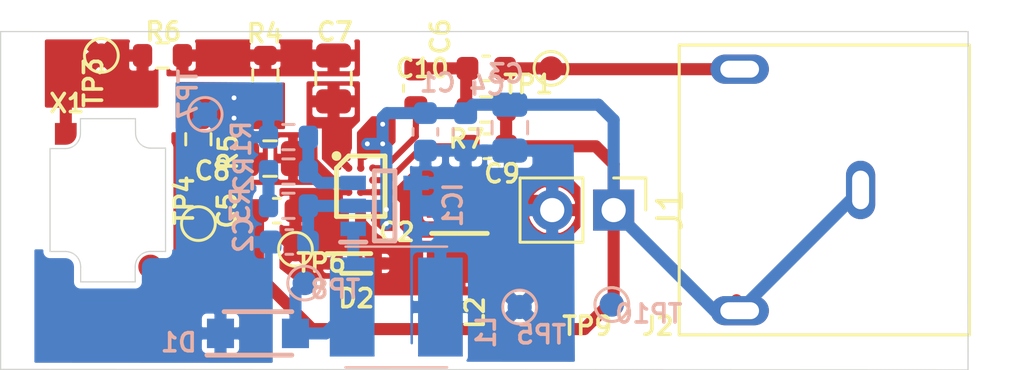
<source format=kicad_pcb>
(kicad_pcb (version 20171130) (host pcbnew "(5.1.10)-1")

  (general
    (thickness 1.6)
    (drawings 30)
    (tracks 109)
    (zones 0)
    (modules 35)
    (nets 18)
  )

  (page A4)
  (layers
    (0 F.Cu signal)
    (31 B.Cu signal hide)
    (32 B.Adhes user hide)
    (33 F.Adhes user hide)
    (34 B.Paste user hide)
    (35 F.Paste user hide)
    (36 B.SilkS user hide)
    (37 F.SilkS user hide)
    (38 B.Mask user hide)
    (39 F.Mask user hide)
    (40 Dwgs.User user hide)
    (41 Cmts.User user hide)
    (42 Eco1.User user hide)
    (43 Eco2.User user hide)
    (44 Edge.Cuts user)
    (45 Margin user hide)
    (46 B.CrtYd user hide)
    (47 F.CrtYd user)
    (48 B.Fab user hide)
    (49 F.Fab user hide)
  )

  (setup
    (last_trace_width 0.5)
    (user_trace_width 0.15)
    (user_trace_width 0.2)
    (user_trace_width 0.4)
    (user_trace_width 0.5)
    (trace_clearance 0.2)
    (zone_clearance 0.3)
    (zone_45_only no)
    (trace_min 0.1)
    (via_size 0.8)
    (via_drill 0.4)
    (via_min_size 0.3)
    (via_min_drill 0.1)
    (user_via 0.3 0.1)
    (user_via 0.5 0.2)
    (uvia_size 0.3)
    (uvia_drill 0.1)
    (uvias_allowed no)
    (uvia_min_size 0.1)
    (uvia_min_drill 0.1)
    (edge_width 0.05)
    (segment_width 0.2)
    (pcb_text_width 0.3)
    (pcb_text_size 1.5 1.5)
    (mod_edge_width 0.12)
    (mod_text_size 1 1)
    (mod_text_width 0.15)
    (pad_size 0.9 0.9)
    (pad_drill 0)
    (pad_to_mask_clearance 0.051)
    (solder_mask_min_width 0.25)
    (pad_to_paste_clearance_ratio -0.1)
    (aux_axis_origin 0 0)
    (visible_elements 7FFFFFFF)
    (pcbplotparams
      (layerselection 0x011fc_ffffffff)
      (usegerberextensions false)
      (usegerberattributes true)
      (usegerberadvancedattributes true)
      (creategerberjobfile true)
      (excludeedgelayer true)
      (linewidth 0.100000)
      (plotframeref false)
      (viasonmask false)
      (mode 1)
      (useauxorigin false)
      (hpglpennumber 1)
      (hpglpenspeed 20)
      (hpglpendiameter 15.000000)
      (psnegative false)
      (psa4output false)
      (plotreference true)
      (plotvalue true)
      (plotinvisibletext false)
      (padsonsilk false)
      (subtractmaskfromsilk false)
      (outputformat 1)
      (mirror false)
      (drillshape 0)
      (scaleselection 1)
      (outputdirectory "Production data/"))
  )

  (net 0 "")
  (net 1 GND)
  (net 2 +3V3)
  (net 3 +15V)
  (net 4 "Net-(C5-Pad1)")
  (net 5 "Net-(C6-Pad2)")
  (net 6 /AUDIO_IN)
  (net 7 "Net-(C7-Pad2)")
  (net 8 "Net-(C7-Pad1)")
  (net 9 "Net-(C8-Pad2)")
  (net 10 /MEMS_NEG_POLE)
  (net 11 "Net-(C9-Pad1)")
  (net 12 /MEMS_POS_POLE)
  (net 13 "Net-(D1-Pad2)")
  (net 14 "Net-(D2-Pad2)")
  (net 15 "Net-(IC1-Pad3)")
  (net 16 "Net-(R2-Pad1)")
  (net 17 "Net-(C10-Pad2)")

  (net_class Default "This is the default net class."
    (clearance 0.2)
    (trace_width 0.25)
    (via_dia 0.8)
    (via_drill 0.4)
    (uvia_dia 0.3)
    (uvia_drill 0.1)
    (add_net +15V)
    (add_net +3V3)
    (add_net /AUDIO_IN)
    (add_net /MEMS_NEG_POLE)
    (add_net /MEMS_POS_POLE)
    (add_net GND)
    (add_net "Net-(C10-Pad2)")
    (add_net "Net-(C5-Pad1)")
    (add_net "Net-(C6-Pad2)")
    (add_net "Net-(C7-Pad1)")
    (add_net "Net-(C7-Pad2)")
    (add_net "Net-(C8-Pad2)")
    (add_net "Net-(C9-Pad1)")
    (add_net "Net-(D1-Pad2)")
    (add_net "Net-(D2-Pad2)")
    (add_net "Net-(IC1-Pad3)")
    (add_net "Net-(R2-Pad1)")
  )

  (module Resistor_SMD:R_0603_1608Metric (layer F.Cu) (tedit 5F68FEEE) (tstamp 61547E9C)
    (at 108.6104 83.9846 270)
    (descr "Resistor SMD 0603 (1608 Metric), square (rectangular) end terminal, IPC_7351 nominal, (Body size source: IPC-SM-782 page 72, https://www.pcb-3d.com/wordpress/wp-content/uploads/ipc-sm-782a_amendment_1_and_2.pdf), generated with kicad-footprint-generator")
    (tags resistor)
    (path /612965BF)
    (attr smd)
    (fp_text reference R4 (at -1.73228 0.0254) (layer F.SilkS)
      (effects (font (size 0.75 0.75) (thickness 0.15)))
    )
    (fp_text value 10k (at 0 1.43 90) (layer F.Fab)
      (effects (font (size 1 1) (thickness 0.15)))
    )
    (fp_line (start 1.48 0.73) (end -1.48 0.73) (layer F.CrtYd) (width 0.05))
    (fp_line (start 1.48 -0.73) (end 1.48 0.73) (layer F.CrtYd) (width 0.05))
    (fp_line (start -1.48 -0.73) (end 1.48 -0.73) (layer F.CrtYd) (width 0.05))
    (fp_line (start -1.48 0.73) (end -1.48 -0.73) (layer F.CrtYd) (width 0.05))
    (fp_line (start -0.237258 0.5225) (end 0.237258 0.5225) (layer F.SilkS) (width 0.12))
    (fp_line (start -0.237258 -0.5225) (end 0.237258 -0.5225) (layer F.SilkS) (width 0.12))
    (fp_line (start 0.8 0.4125) (end -0.8 0.4125) (layer F.Fab) (width 0.1))
    (fp_line (start 0.8 -0.4125) (end 0.8 0.4125) (layer F.Fab) (width 0.1))
    (fp_line (start -0.8 -0.4125) (end 0.8 -0.4125) (layer F.Fab) (width 0.1))
    (fp_line (start -0.8 0.4125) (end -0.8 -0.4125) (layer F.Fab) (width 0.1))
    (fp_text user %R (at 0 0 180) (layer F.Fab)
      (effects (font (size 0.4 0.4) (thickness 0.06)))
    )
    (pad 2 smd roundrect (at 0.825 0 270) (size 0.8 0.95) (layers F.Cu F.Paste F.Mask) (roundrect_rratio 0.25)
      (net 3 +15V))
    (pad 1 smd roundrect (at -0.825 0 270) (size 0.8 0.95) (layers F.Cu F.Paste F.Mask) (roundrect_rratio 0.25)
      (net 8 "Net-(C7-Pad1)"))
    (model ${KISYS3DMOD}/Resistor_SMD.3dshapes/R_0603_1608Metric.wrl
      (at (xyz 0 0 0))
      (scale (xyz 1 1 1))
      (rotate (xyz 0 0 0))
    )
  )

  (module Connector_PinHeader_2.54mm:PinHeader_1x02_P2.54mm_Vertical (layer F.Cu) (tedit 59FED5CC) (tstamp 615AA2B4)
    (at 123.0122 89.5604 270)
    (descr "Through hole straight pin header, 1x02, 2.54mm pitch, single row")
    (tags "Through hole pin header THT 1x02 2.54mm single row")
    (path /617CD6A9)
    (fp_text reference J1 (at 0 -2.33 90) (layer F.SilkS)
      (effects (font (size 1 1) (thickness 0.15)))
    )
    (fp_text value Power (at 0 4.87 90) (layer F.Fab)
      (effects (font (size 1 1) (thickness 0.15)))
    )
    (fp_line (start -0.635 -1.27) (end 1.27 -1.27) (layer F.Fab) (width 0.1))
    (fp_line (start 1.27 -1.27) (end 1.27 3.81) (layer F.Fab) (width 0.1))
    (fp_line (start 1.27 3.81) (end -1.27 3.81) (layer F.Fab) (width 0.1))
    (fp_line (start -1.27 3.81) (end -1.27 -0.635) (layer F.Fab) (width 0.1))
    (fp_line (start -1.27 -0.635) (end -0.635 -1.27) (layer F.Fab) (width 0.1))
    (fp_line (start -1.33 3.87) (end 1.33 3.87) (layer F.SilkS) (width 0.12))
    (fp_line (start -1.33 1.27) (end -1.33 3.87) (layer F.SilkS) (width 0.12))
    (fp_line (start 1.33 1.27) (end 1.33 3.87) (layer F.SilkS) (width 0.12))
    (fp_line (start -1.33 1.27) (end 1.33 1.27) (layer F.SilkS) (width 0.12))
    (fp_line (start -1.33 0) (end -1.33 -1.33) (layer F.SilkS) (width 0.12))
    (fp_line (start -1.33 -1.33) (end 0 -1.33) (layer F.SilkS) (width 0.12))
    (fp_line (start -1.8 -1.8) (end -1.8 4.35) (layer F.CrtYd) (width 0.05))
    (fp_line (start -1.8 4.35) (end 1.8 4.35) (layer F.CrtYd) (width 0.05))
    (fp_line (start 1.8 4.35) (end 1.8 -1.8) (layer F.CrtYd) (width 0.05))
    (fp_line (start 1.8 -1.8) (end -1.8 -1.8) (layer F.CrtYd) (width 0.05))
    (fp_text user %R (at 0 1.27) (layer F.Fab)
      (effects (font (size 1 1) (thickness 0.15)))
    )
    (pad 2 thru_hole oval (at 0 2.54 270) (size 1.7 1.7) (drill 1) (layers *.Cu *.Mask)
      (net 2 +3V3))
    (pad 1 thru_hole rect (at 0 0 270) (size 1.7 1.7) (drill 1) (layers *.Cu *.Mask)
      (net 1 GND))
    (model ${KISYS3DMOD}/Connector_PinHeader_2.54mm.3dshapes/PinHeader_1x02_P2.54mm_Vertical.wrl
      (at (xyz 0 0 0))
      (scale (xyz 1 1 1))
      (rotate (xyz 0 0 0))
    )
  )

  (module SamacSys_Parts:Adap_UT_P2019 locked (layer F.Cu) (tedit 615C3BFF) (tstamp 615CA06D)
    (at 102.108 89.154 270)
    (path /612D2EC1)
    (solder_mask_margin 0.2)
    (solder_paste_ratio -0.1)
    (clearance 0.2)
    (fp_text reference X1 (at -4.0132 1.7018) (layer F.SilkS)
      (effects (font (size 0.75 0.75) (thickness 0.15)))
    )
    (fp_text value Adap_UT_P2019 (at 0.053071 2.987991 90) (layer F.Fab)
      (effects (font (size 1 1) (thickness 0.15)))
    )
    (fp_line (start -3.35 -2.35) (end 3.35 -2.35) (layer F.Fab) (width 0.12))
    (fp_line (start -3.35 -2.35) (end -3.35 2.35) (layer F.Fab) (width 0.12))
    (fp_line (start 3.35 -2.35) (end 3.35 2.35) (layer F.Fab) (width 0.12))
    (fp_line (start -3.35 2.35) (end 3.35 2.35) (layer F.Fab) (width 0.12))
    (pad 2 smd circle (at 2.75 -1.75 90) (size 1 1) (layers F.Cu F.Paste F.Mask)
      (net 10 /MEMS_NEG_POLE) (solder_mask_margin 0.1) (solder_paste_margin_ratio -0.1) (clearance 0.1) (zone_connect 0))
    (pad "" smd custom (at -2.75 1.75 180) (size 0.9 0.9) (layers F.Cu F.Paste F.Mask)
      (solder_mask_margin 0.1) (solder_paste_margin_ratio -0.1) (clearance 0.1) (zone_connect 0)
      (options (clearance outline) (anchor circle))
      (primitives
        (gr_poly (pts
           (xy 0.45 -0.45) (xy 0 -0.45) (xy -0.116 -0.435) (xy -0.225 -0.39) (xy -0.318 -0.318)
           (xy -0.39 -0.225) (xy -0.435 -0.116) (xy -0.45 0) (xy -0.45 0.45) (xy 0.45 0.45)
) (width 0))
      ))
  )

  (module "SamacSys_Parts 2:SOD1608X65N" locked (layer F.Cu) (tedit 0) (tstamp 6157F06E)
    (at 112.3696 91.7702)
    (descr "SOD523(SC-79)")
    (tags Diode)
    (path /61A3C63E)
    (attr smd)
    (fp_text reference D2 (at 0 1.4478) (layer F.SilkS)
      (effects (font (size 0.75 0.75) (thickness 0.15)))
    )
    (fp_text value PMEG2010AEB,115 (at 0 0) (layer F.SilkS) hide
      (effects (font (size 1.27 1.27) (thickness 0.254)))
    )
    (fp_line (start -1.475 -0.875) (end 1.475 -0.875) (layer F.CrtYd) (width 0.05))
    (fp_line (start 1.475 -0.875) (end 1.475 0.875) (layer F.CrtYd) (width 0.05))
    (fp_line (start 1.475 0.875) (end -1.475 0.875) (layer F.CrtYd) (width 0.05))
    (fp_line (start -1.475 0.875) (end -1.475 -0.875) (layer F.CrtYd) (width 0.05))
    (fp_line (start -0.6 -0.408) (end 0.6 -0.408) (layer F.Fab) (width 0.1))
    (fp_line (start 0.6 -0.408) (end 0.6 0.408) (layer F.Fab) (width 0.1))
    (fp_line (start 0.6 0.408) (end -0.6 0.408) (layer F.Fab) (width 0.1))
    (fp_line (start -0.6 0.408) (end -0.6 -0.408) (layer F.Fab) (width 0.1))
    (fp_line (start -0.6 0.001) (end -0.191 -0.408) (layer F.Fab) (width 0.1))
    (fp_line (start -1.216 -0.408) (end 0.6 -0.408) (layer F.SilkS) (width 0.2))
    (fp_line (start -0.6 0.408) (end 0.6 0.408) (layer F.SilkS) (width 0.2))
    (fp_text user %R (at 0 0) (layer F.Fab)
      (effects (font (size 1.27 1.27) (thickness 0.254)))
    )
    (pad 2 smd rect (at 0.808 0 90) (size 0.5 0.818) (layers F.Cu F.Paste F.Mask)
      (net 14 "Net-(D2-Pad2)"))
    (pad 1 smd rect (at -0.808 0 90) (size 0.5 0.818) (layers F.Cu F.Paste F.Mask)
      (net 4 "Net-(C5-Pad1)"))
  )

  (module Resistor_SMD:R_0603_1608Metric (layer F.Cu) (tedit 5F68FEEE) (tstamp 615A7654)
    (at 117.7412 85.3948 180)
    (descr "Resistor SMD 0603 (1608 Metric), square (rectangular) end terminal, IPC_7351 nominal, (Body size source: IPC-SM-782 page 72, https://www.pcb-3d.com/wordpress/wp-content/uploads/ipc-sm-782a_amendment_1_and_2.pdf), generated with kicad-footprint-generator")
    (tags resistor)
    (path /6165A302)
    (attr smd)
    (fp_text reference R7 (at 0.8128 -1.2192) (layer F.SilkS)
      (effects (font (size 0.75 0.75) (thickness 0.15)))
    )
    (fp_text value 4,7 (at 0 1.43) (layer F.Fab)
      (effects (font (size 1 1) (thickness 0.15)))
    )
    (fp_line (start 1.48 0.73) (end -1.48 0.73) (layer F.CrtYd) (width 0.05))
    (fp_line (start 1.48 -0.73) (end 1.48 0.73) (layer F.CrtYd) (width 0.05))
    (fp_line (start -1.48 -0.73) (end 1.48 -0.73) (layer F.CrtYd) (width 0.05))
    (fp_line (start -1.48 0.73) (end -1.48 -0.73) (layer F.CrtYd) (width 0.05))
    (fp_line (start -0.237258 0.5225) (end 0.237258 0.5225) (layer F.SilkS) (width 0.12))
    (fp_line (start -0.237258 -0.5225) (end 0.237258 -0.5225) (layer F.SilkS) (width 0.12))
    (fp_line (start 0.8 0.4125) (end -0.8 0.4125) (layer F.Fab) (width 0.1))
    (fp_line (start 0.8 -0.4125) (end 0.8 0.4125) (layer F.Fab) (width 0.1))
    (fp_line (start -0.8 -0.4125) (end 0.8 -0.4125) (layer F.Fab) (width 0.1))
    (fp_line (start -0.8 0.4125) (end -0.8 -0.4125) (layer F.Fab) (width 0.1))
    (fp_text user %R (at 0 0) (layer F.Fab)
      (effects (font (size 0.4 0.4) (thickness 0.06)))
    )
    (pad 2 smd roundrect (at 0.825 0 180) (size 0.8 0.95) (layers F.Cu F.Paste F.Mask) (roundrect_rratio 0.25)
      (net 17 "Net-(C10-Pad2)"))
    (pad 1 smd roundrect (at -0.825 0 180) (size 0.8 0.95) (layers F.Cu F.Paste F.Mask) (roundrect_rratio 0.25)
      (net 1 GND))
    (model ${KISYS3DMOD}/Resistor_SMD.3dshapes/R_0603_1608Metric.wrl
      (at (xyz 0 0 0))
      (scale (xyz 1 1 1))
      (rotate (xyz 0 0 0))
    )
  )

  (module "SamacSys_Parts 2:SODFL3618X143N" (layer B.Cu) (tedit 615B1078) (tstamp 615A7427)
    (at 108.305 94.6658)
    (descr SOD-123FA)
    (tags "Schottky Diode")
    (path /615BBA84)
    (attr smd)
    (fp_text reference D1 (at -3.2766 0.381) (layer B.SilkS)
      (effects (font (size 0.75 0.75) (thickness 0.15)) (justify mirror))
    )
    (fp_text value SS22FA (at 0 0) (layer B.SilkS) hide
      (effects (font (size 1.27 1.27) (thickness 0.254)) (justify mirror))
    )
    (fp_line (start -1.4 -0.9) (end 1.4 -0.9) (layer B.SilkS) (width 0.2))
    (fp_line (start -2.11 0.9) (end 1.4 0.9) (layer B.SilkS) (width 0.2))
    (fp_line (start -1.4 0.34) (end -0.84 0.9) (layer B.Fab) (width 0.1))
    (fp_line (start -1.4 -0.9) (end -1.4 0.9) (layer B.Fab) (width 0.1))
    (fp_line (start 1.4 -0.9) (end -1.4 -0.9) (layer B.Fab) (width 0.1))
    (fp_line (start 1.4 0.9) (end 1.4 -0.9) (layer B.Fab) (width 0.1))
    (fp_line (start -1.4 0.9) (end 1.4 0.9) (layer B.Fab) (width 0.1))
    (fp_line (start -2.26 -1.1) (end -2.26 1.1) (layer B.CrtYd) (width 0.05))
    (fp_line (start 2.26 -1.1) (end -2.26 -1.1) (layer B.CrtYd) (width 0.05))
    (fp_line (start 2.26 1.1) (end 2.26 -1.1) (layer B.CrtYd) (width 0.05))
    (fp_line (start -2.26 1.1) (end 2.26 1.1) (layer B.CrtYd) (width 0.05))
    (fp_text user %R (at 0 0) (layer B.Fab)
      (effects (font (size 1.27 1.27) (thickness 0.254)) (justify mirror))
    )
    (pad 2 smd rect (at 1.55 0) (size 1.12 1.22) (layers B.Cu B.Paste B.Mask)
      (net 13 "Net-(D1-Pad2)"))
    (pad 1 smd rect (at -1.55 0) (size 1.12 1.22) (layers B.Cu B.Paste B.Mask)
      (net 3 +15V))
    (model C:\SamacSys_PCB_Library\KiCad\SamacSys_Parts.3dshapes\SS22FA.stp
      (at (xyz 0 0 0))
      (scale (xyz 1 1 1))
      (rotate (xyz 0 0 0))
    )
  )

  (module Capacitor_SMD:C_0603_1608Metric (layer F.Cu) (tedit 5F68FEEE) (tstamp 615A7415)
    (at 117.742 83.693 180)
    (descr "Capacitor SMD 0603 (1608 Metric), square (rectangular) end terminal, IPC_7351 nominal, (Body size source: IPC-SM-782 page 76, https://www.pcb-3d.com/wordpress/wp-content/uploads/ipc-sm-782a_amendment_1_and_2.pdf), generated with kicad-footprint-generator")
    (tags capacitor)
    (path /6166162F)
    (attr smd)
    (fp_text reference C10 (at 2.6416 0) (layer F.SilkS)
      (effects (font (size 0.75 0.75) (thickness 0.15)))
    )
    (fp_text value 2,2µF (at 0 1.43) (layer F.Fab)
      (effects (font (size 1 1) (thickness 0.15)))
    )
    (fp_line (start 1.48 0.73) (end -1.48 0.73) (layer F.CrtYd) (width 0.05))
    (fp_line (start 1.48 -0.73) (end 1.48 0.73) (layer F.CrtYd) (width 0.05))
    (fp_line (start -1.48 -0.73) (end 1.48 -0.73) (layer F.CrtYd) (width 0.05))
    (fp_line (start -1.48 0.73) (end -1.48 -0.73) (layer F.CrtYd) (width 0.05))
    (fp_line (start -0.14058 0.51) (end 0.14058 0.51) (layer F.SilkS) (width 0.12))
    (fp_line (start -0.14058 -0.51) (end 0.14058 -0.51) (layer F.SilkS) (width 0.12))
    (fp_line (start 0.8 0.4) (end -0.8 0.4) (layer F.Fab) (width 0.1))
    (fp_line (start 0.8 -0.4) (end 0.8 0.4) (layer F.Fab) (width 0.1))
    (fp_line (start -0.8 -0.4) (end 0.8 -0.4) (layer F.Fab) (width 0.1))
    (fp_line (start -0.8 0.4) (end -0.8 -0.4) (layer F.Fab) (width 0.1))
    (fp_text user %R (at 0 0) (layer F.Fab)
      (effects (font (size 0.4 0.4) (thickness 0.06)))
    )
    (pad 2 smd roundrect (at 0.775 0 180) (size 0.9 0.95) (layers F.Cu F.Paste F.Mask) (roundrect_rratio 0.25)
      (net 17 "Net-(C10-Pad2)"))
    (pad 1 smd roundrect (at -0.775 0 180) (size 0.9 0.95) (layers F.Cu F.Paste F.Mask) (roundrect_rratio 0.25)
      (net 6 /AUDIO_IN))
    (model ${KISYS3DMOD}/Capacitor_SMD.3dshapes/C_0603_1608Metric.wrl
      (at (xyz 0 0 0))
      (scale (xyz 1 1 1))
      (rotate (xyz 0 0 0))
    )
  )

  (module FC68131_Farnell:CLIFF_FC68131 (layer F.Cu) (tedit 61434995) (tstamp 6157F761)
    (at 133.223 88.726 180)
    (path /61A3DF58)
    (fp_text reference J2 (at 8.382 -5.635) (layer F.SilkS)
      (effects (font (size 0.75 0.75) (thickness 0.15)))
    )
    (fp_text value FC68131 (at 7.057 7.361) (layer F.Fab)
      (effects (font (size 1.4 1.4) (thickness 0.15)))
    )
    (fp_line (start 7.5 6) (end -4.5 6) (layer F.Fab) (width 0.127))
    (fp_line (start -4.5 6) (end -4.5 3) (layer F.Fab) (width 0.127))
    (fp_line (start -4.5 3) (end -4.5 -3) (layer F.Fab) (width 0.127))
    (fp_line (start -4.5 -3) (end -4.5 -6) (layer F.Fab) (width 0.127))
    (fp_line (start -4.5 -6) (end 7.5 -6) (layer F.Fab) (width 0.127))
    (fp_line (start 7.5 -6) (end 7.5 6) (layer F.Fab) (width 0.127))
    (fp_line (start -4.5 -3) (end -6.5 -3) (layer F.Fab) (width 0.127))
    (fp_line (start -6.5 -3) (end -6.5 3) (layer F.Fab) (width 0.127))
    (fp_line (start -6.5 3) (end -4.5 3) (layer F.Fab) (width 0.127))
    (fp_line (start -4.5 -6) (end 7.5 -6) (layer F.SilkS) (width 0.127))
    (fp_line (start 7.5 -6) (end 7.5 6) (layer F.SilkS) (width 0.127))
    (fp_line (start 7.5 6) (end -4.5 6) (layer F.SilkS) (width 0.127))
    (fp_line (start -4.5 6) (end -4.5 -6) (layer F.SilkS) (width 0.127))
    (fp_line (start -4.75 -3.25) (end -6.75 -3.25) (layer F.CrtYd) (width 0.05))
    (fp_line (start -6.75 -3.25) (end -6.75 3.25) (layer F.CrtYd) (width 0.05))
    (fp_line (start -6.75 3.25) (end -4.75 3.25) (layer F.CrtYd) (width 0.05))
    (fp_line (start -4.75 3.25) (end -4.75 6.25) (layer F.CrtYd) (width 0.05))
    (fp_line (start -4.75 6.25) (end 7.75 6.25) (layer F.CrtYd) (width 0.05))
    (fp_line (start 7.75 6.25) (end 7.75 -6.25) (layer F.CrtYd) (width 0.05))
    (fp_line (start 7.75 -6.25) (end -4.75 -6.25) (layer F.CrtYd) (width 0.05))
    (fp_line (start -4.75 -6.25) (end -4.75 -3.25) (layer F.CrtYd) (width 0.05))
    (fp_text user PCB-EDGE (at -4.95 6.25) (layer F.Fab)
      (effects (font (size 0.32 0.32) (thickness 0.15)))
    )
    (pad 1 thru_hole oval (at 0 0 180) (size 1.208 2.416) (drill oval 0.7 1.6) (layers *.Cu *.Mask)
      (net 1 GND))
    (pad 5 thru_hole oval (at 5 5 180) (size 2.416 1.208) (drill oval 1.6 0.7) (layers *.Cu *.Mask)
      (net 6 /AUDIO_IN))
    (pad 2 thru_hole oval (at 5 -5 180) (size 2.416 1.208) (drill oval 1.6 0.7) (layers *.Cu *.Mask)
      (net 1 GND))
    (pad None np_thru_hole circle (at 5 0 180) (size 1.3 1.3) (drill 1.3) (layers *.Cu *.Mask))
    (pad None np_thru_hole circle (at 0 5 180) (size 1.3 1.3) (drill 1.3) (layers *.Cu *.Mask))
    (pad None np_thru_hole circle (at 0 -5 180) (size 1.3 1.3) (drill 1.3) (layers *.Cu *.Mask))
    (pad None np_thru_hole circle (at -2.5 -5 180) (size 1.3 1.3) (drill 1.3) (layers *.Cu *.Mask))
    (pad None np_thru_hole circle (at -2.5 5 180) (size 1.3 1.3) (drill 1.3) (layers *.Cu *.Mask))
  )

  (module "SamacSys_Parts 2:LQH5BPB100MT0L" locked (layer B.Cu) (tedit 0) (tstamp 6157F13D)
    (at 114.0244 93.5736 180)
    (descr "2020 (5050) T=2.0±0.2mm")
    (tags Inductor)
    (path /61A3A129)
    (attr smd)
    (fp_text reference L1 (at -3.7122 -1.0414 270) (layer B.SilkS)
      (effects (font (size 0.75 0.75) (thickness 0.15)) (justify mirror))
    )
    (fp_text value LQH5BPN100MT0L (at 0 0) (layer B.SilkS) hide
      (effects (font (size 1.27 1.27) (thickness 0.254)) (justify mirror))
    )
    (fp_line (start -2.5 2.5) (end 2.5 2.5) (layer B.Fab) (width 0.2))
    (fp_line (start 2.5 2.5) (end 2.5 -2.5) (layer B.Fab) (width 0.2))
    (fp_line (start 2.5 -2.5) (end -2.5 -2.5) (layer B.Fab) (width 0.2))
    (fp_line (start -2.5 -2.5) (end -2.5 2.5) (layer B.Fab) (width 0.2))
    (fp_line (start -3.75 3.5) (end 3.75 3.5) (layer B.CrtYd) (width 0.1))
    (fp_line (start 3.75 3.5) (end 3.75 -3.5) (layer B.CrtYd) (width 0.1))
    (fp_line (start 3.75 -3.5) (end -3.75 -3.5) (layer B.CrtYd) (width 0.1))
    (fp_line (start -3.75 -3.5) (end -3.75 3.5) (layer B.CrtYd) (width 0.1))
    (fp_line (start -2.1 2.5) (end 2.1 2.5) (layer B.SilkS) (width 0.1))
    (fp_line (start -2.1 -2.5) (end 2.1 -2.5) (layer B.SilkS) (width 0.1))
    (fp_text user %R (at 0 0) (layer B.Fab)
      (effects (font (size 1.27 1.27) (thickness 0.254)) (justify mirror))
    )
    (pad 2 smd rect (at 1.825 0 180) (size 1.85 4.1) (layers B.Cu B.Paste B.Mask)
      (net 13 "Net-(D1-Pad2)"))
    (pad 1 smd rect (at -1.825 0 180) (size 1.85 4.1) (layers B.Cu B.Paste B.Mask)
      (net 2 +3V3))
    (model C:\SamacSys_PCB_Library\KiCad\SamacSys_Parts.3dshapes\LQH5BPN100MT0L.stp
      (at (xyz 0 0 0))
      (scale (xyz 1 1 1))
      (rotate (xyz 0 0 0))
    )
  )

  (module "SamacSys_Parts 2:SOT95P280X100-5N" (layer B.Cu) (tedit 0) (tstamp 6157F086)
    (at 113.5426 89.38518)
    (descr MIC2251-2YD5-TR)
    (tags "Integrated Circuit")
    (path /61A3B048)
    (attr smd)
    (fp_text reference IC1 (at 2.824 -0.0406 270) (layer B.SilkS)
      (effects (font (size 0.75 0.75) (thickness 0.15)) (justify mirror))
    )
    (fp_text value MIC2251-2YD5-TR (at 0 0) (layer B.SilkS) hide
      (effects (font (size 1.27 1.27) (thickness 0.254)) (justify mirror))
    )
    (fp_line (start -2.075 1.7) (end 2.075 1.7) (layer B.CrtYd) (width 0.05))
    (fp_line (start 2.075 1.7) (end 2.075 -1.7) (layer B.CrtYd) (width 0.05))
    (fp_line (start 2.075 -1.7) (end -2.075 -1.7) (layer B.CrtYd) (width 0.05))
    (fp_line (start -2.075 -1.7) (end -2.075 1.7) (layer B.CrtYd) (width 0.05))
    (fp_line (start -0.8 1.45) (end 0.8 1.45) (layer B.Fab) (width 0.1))
    (fp_line (start 0.8 1.45) (end 0.8 -1.45) (layer B.Fab) (width 0.1))
    (fp_line (start 0.8 -1.45) (end -0.8 -1.45) (layer B.Fab) (width 0.1))
    (fp_line (start -0.8 -1.45) (end -0.8 1.45) (layer B.Fab) (width 0.1))
    (fp_line (start -0.8 0.5) (end 0.15 1.45) (layer B.Fab) (width 0.1))
    (fp_line (start -0.425 1.45) (end 0.425 1.45) (layer B.SilkS) (width 0.2))
    (fp_line (start 0.425 1.45) (end 0.425 -1.45) (layer B.SilkS) (width 0.2))
    (fp_line (start 0.425 -1.45) (end -0.425 -1.45) (layer B.SilkS) (width 0.2))
    (fp_line (start -0.425 -1.45) (end -0.425 1.45) (layer B.SilkS) (width 0.2))
    (fp_line (start -1.825 1.5) (end -0.775 1.5) (layer B.SilkS) (width 0.2))
    (fp_text user %R (at 0 0) (layer B.Fab)
      (effects (font (size 1.27 1.27) (thickness 0.254)) (justify mirror))
    )
    (pad 5 smd rect (at 1.3 0.95 270) (size 0.6 1.05) (layers B.Cu B.Paste B.Mask)
      (net 2 +3V3))
    (pad 4 smd rect (at 1.3 -0.95 270) (size 0.6 1.05) (layers B.Cu B.Paste B.Mask)
      (net 2 +3V3))
    (pad 3 smd rect (at -1.3 -0.95 270) (size 0.6 1.05) (layers B.Cu B.Paste B.Mask)
      (net 15 "Net-(IC1-Pad3)"))
    (pad 2 smd rect (at -1.3 0 270) (size 0.6 1.05) (layers B.Cu B.Paste B.Mask)
      (net 1 GND))
    (pad 1 smd rect (at -1.3 0.95 270) (size 0.6 1.05) (layers B.Cu B.Paste B.Mask)
      (net 13 "Net-(D1-Pad2)"))
    (model C:\SamacSys_PCB_Library\KiCad\SamacSys_Parts.3dshapes\MIC2251-2YD5-TR.stp
      (at (xyz 0 0 0))
      (scale (xyz 1 1 1))
      (rotate (xyz 0 0 0))
    )
  )

  (module Resistor_SMD:R_0603_1608Metric (layer B.Cu) (tedit 5F68FEEE) (tstamp 61578D5E)
    (at 109.5634 89.3826 180)
    (descr "Resistor SMD 0603 (1608 Metric), square (rectangular) end terminal, IPC_7351 nominal, (Body size source: IPC-SM-782 page 72, https://www.pcb-3d.com/wordpress/wp-content/uploads/ipc-sm-782a_amendment_1_and_2.pdf), generated with kicad-footprint-generator")
    (tags resistor)
    (path /618E4058)
    (attr smd)
    (fp_text reference R3 (at 1.9934 0.04318 90) (layer B.SilkS)
      (effects (font (size 0.75 0.75) (thickness 0.15)) (justify mirror))
    )
    (fp_text value 22k (at 0 -1.43) (layer B.Fab)
      (effects (font (size 1 1) (thickness 0.15)) (justify mirror))
    )
    (fp_line (start -0.8 -0.4125) (end -0.8 0.4125) (layer B.Fab) (width 0.1))
    (fp_line (start -0.8 0.4125) (end 0.8 0.4125) (layer B.Fab) (width 0.1))
    (fp_line (start 0.8 0.4125) (end 0.8 -0.4125) (layer B.Fab) (width 0.1))
    (fp_line (start 0.8 -0.4125) (end -0.8 -0.4125) (layer B.Fab) (width 0.1))
    (fp_line (start -0.237258 0.5225) (end 0.237258 0.5225) (layer B.SilkS) (width 0.12))
    (fp_line (start -0.237258 -0.5225) (end 0.237258 -0.5225) (layer B.SilkS) (width 0.12))
    (fp_line (start -1.48 -0.73) (end -1.48 0.73) (layer B.CrtYd) (width 0.05))
    (fp_line (start -1.48 0.73) (end 1.48 0.73) (layer B.CrtYd) (width 0.05))
    (fp_line (start 1.48 0.73) (end 1.48 -0.73) (layer B.CrtYd) (width 0.05))
    (fp_line (start 1.48 -0.73) (end -1.48 -0.73) (layer B.CrtYd) (width 0.05))
    (fp_text user %R (at 0.0134 0.009) (layer B.Fab)
      (effects (font (size 0.4 0.4) (thickness 0.06)) (justify mirror))
    )
    (pad 2 smd roundrect (at 0.825 0 180) (size 0.8 0.95) (layers B.Cu B.Paste B.Mask) (roundrect_rratio 0.25)
      (net 16 "Net-(R2-Pad1)"))
    (pad 1 smd roundrect (at -0.825 0 180) (size 0.8 0.95) (layers B.Cu B.Paste B.Mask) (roundrect_rratio 0.25)
      (net 1 GND))
    (model ${KISYS3DMOD}/Resistor_SMD.3dshapes/R_0603_1608Metric.wrl
      (at (xyz 0 0 0))
      (scale (xyz 1 1 1))
      (rotate (xyz 0 0 0))
    )
  )

  (module Capacitor_SMD:C_0603_1608Metric (layer B.Cu) (tedit 5F68FEEE) (tstamp 61547D9B)
    (at 109.601 90.8812)
    (descr "Capacitor SMD 0603 (1608 Metric), square (rectangular) end terminal, IPC_7351 nominal, (Body size source: IPC-SM-782 page 76, https://www.pcb-3d.com/wordpress/wp-content/uploads/ipc-sm-782a_amendment_1_and_2.pdf), generated with kicad-footprint-generator")
    (tags capacitor)
    (path /61291D9C)
    (attr smd)
    (fp_text reference C2 (at -1.89962 -0.29718 90) (layer B.SilkS)
      (effects (font (size 0.75 0.75) (thickness 0.15)) (justify mirror))
    )
    (fp_text value 2,2µF (at 0 -1.43) (layer B.Fab)
      (effects (font (size 1 1) (thickness 0.15)) (justify mirror))
    )
    (fp_line (start 1.48 -0.73) (end -1.48 -0.73) (layer B.CrtYd) (width 0.05))
    (fp_line (start 1.48 0.73) (end 1.48 -0.73) (layer B.CrtYd) (width 0.05))
    (fp_line (start -1.48 0.73) (end 1.48 0.73) (layer B.CrtYd) (width 0.05))
    (fp_line (start -1.48 -0.73) (end -1.48 0.73) (layer B.CrtYd) (width 0.05))
    (fp_line (start -0.14058 -0.51) (end 0.14058 -0.51) (layer B.SilkS) (width 0.12))
    (fp_line (start -0.14058 0.51) (end 0.14058 0.51) (layer B.SilkS) (width 0.12))
    (fp_line (start 0.8 -0.4) (end -0.8 -0.4) (layer B.Fab) (width 0.1))
    (fp_line (start 0.8 0.4) (end 0.8 -0.4) (layer B.Fab) (width 0.1))
    (fp_line (start -0.8 0.4) (end 0.8 0.4) (layer B.Fab) (width 0.1))
    (fp_line (start -0.8 -0.4) (end -0.8 0.4) (layer B.Fab) (width 0.1))
    (fp_text user %R (at 0 0) (layer B.Fab)
      (effects (font (size 0.4 0.4) (thickness 0.06)) (justify mirror))
    )
    (pad 2 smd roundrect (at 0.775 0) (size 0.9 0.95) (layers B.Cu B.Paste B.Mask) (roundrect_rratio 0.25)
      (net 1 GND))
    (pad 1 smd roundrect (at -0.775 0) (size 0.9 0.95) (layers B.Cu B.Paste B.Mask) (roundrect_rratio 0.25)
      (net 3 +15V))
    (model ${KISYS3DMOD}/Capacitor_SMD.3dshapes/C_0603_1608Metric.wrl
      (at (xyz 0 0 0))
      (scale (xyz 1 1 1))
      (rotate (xyz 0 0 0))
    )
  )

  (module TestPoint:TestPoint_Pad_D1.0mm locked (layer B.Cu) (tedit 5A0F774F) (tstamp 615562D6)
    (at 122.936 93.472)
    (descr "SMD pad as test Point, diameter 1.0mm")
    (tags "test point SMD pad")
    (path /6155AA51)
    (attr virtual)
    (fp_text reference TP10 (at 1.524 0.381) (layer B.SilkS)
      (effects (font (size 0.75 0.75) (thickness 0.15)) (justify mirror))
    )
    (fp_text value GND (at 0 -1.55) (layer B.Fab)
      (effects (font (size 1 1) (thickness 0.15)) (justify mirror))
    )
    (fp_circle (center 0 0) (end 0 -0.7) (layer B.SilkS) (width 0.12))
    (fp_circle (center 0 0) (end 1 0) (layer B.CrtYd) (width 0.05))
    (fp_text user %R (at 0 1.45) (layer B.Fab)
      (effects (font (size 1 1) (thickness 0.15)) (justify mirror))
    )
    (pad 1 smd circle (at 0 0) (size 1 1) (layers B.Cu B.Mask)
      (net 1 GND))
  )

  (module TestPoint:TestPoint_Pad_D1.0mm (layer F.Cu) (tedit 5A0F774F) (tstamp 615562CE)
    (at 122.936 93.472)
    (descr "SMD pad as test Point, diameter 1.0mm")
    (tags "test point SMD pad")
    (path /6155BB84)
    (attr virtual)
    (fp_text reference TP9 (at -1.016 0.889 180) (layer F.SilkS)
      (effects (font (size 0.75 0.75) (thickness 0.15)))
    )
    (fp_text value GND (at 0 1.55) (layer F.Fab)
      (effects (font (size 1 1) (thickness 0.15)))
    )
    (fp_circle (center 0 0) (end 1 0) (layer F.CrtYd) (width 0.05))
    (fp_circle (center 0 0) (end 0 0.7) (layer F.SilkS) (width 0.12))
    (fp_text user %R (at 0 -1.45) (layer F.Fab)
      (effects (font (size 1 1) (thickness 0.15)))
    )
    (pad 1 smd circle (at 0 0) (size 1 1) (layers F.Cu F.Mask)
      (net 1 GND))
  )

  (module TestPoint:TestPoint_Pad_D1.0mm locked (layer B.Cu) (tedit 5A0F774F) (tstamp 615575AA)
    (at 110.236 92.583)
    (descr "SMD pad as test Point, diameter 1.0mm")
    (tags "test point SMD pad")
    (path /616730E8)
    (attr virtual)
    (fp_text reference TP8 (at 1.27 0.254) (layer B.SilkS)
      (effects (font (size 0.75 0.75) (thickness 0.15)) (justify mirror))
    )
    (fp_text value SW (at 0 -1.55) (layer B.Fab)
      (effects (font (size 1 1) (thickness 0.15)) (justify mirror))
    )
    (fp_circle (center 0 0) (end 0 -0.7) (layer B.SilkS) (width 0.12))
    (fp_circle (center 0 0) (end 1 0) (layer B.CrtYd) (width 0.05))
    (fp_text user %R (at 0 1.45) (layer B.Fab)
      (effects (font (size 1 1) (thickness 0.15)) (justify mirror))
    )
    (pad 1 smd circle (at 0 0) (size 1 1) (layers B.Cu B.Mask)
      (net 13 "Net-(D1-Pad2)"))
  )

  (module TestPoint:TestPoint_Pad_D1.0mm locked (layer B.Cu) (tedit 5A0F774F) (tstamp 61547F07)
    (at 106.1212 85.598)
    (descr "SMD pad as test Point, diameter 1.0mm")
    (tags "test point SMD pad")
    (path /616720F7)
    (attr virtual)
    (fp_text reference TP7 (at -0.71374 -0.8382 -270) (layer B.SilkS)
      (effects (font (size 0.75 0.75) (thickness 0.15)) (justify mirror))
    )
    (fp_text value +15V (at 0 -1.55) (layer B.Fab)
      (effects (font (size 1 1) (thickness 0.15)) (justify mirror))
    )
    (fp_circle (center 0 0) (end 0 -0.7) (layer B.SilkS) (width 0.12))
    (fp_circle (center 0 0) (end 1 0) (layer B.CrtYd) (width 0.05))
    (fp_text user %R (at 0 1.45) (layer B.Fab)
      (effects (font (size 1 1) (thickness 0.15)) (justify mirror))
    )
    (pad 1 smd circle (at 0 0) (size 1 1) (layers B.Cu B.Mask)
      (net 3 +15V))
  )

  (module TestPoint:TestPoint_Pad_D1.0mm (layer F.Cu) (tedit 5A0F774F) (tstamp 61547EFF)
    (at 109.855 91.186)
    (descr "SMD pad as test Point, diameter 1.0mm")
    (tags "test point SMD pad")
    (path /6165D2F8)
    (attr virtual)
    (fp_text reference TP6 (at 1.0668 0.5588 180) (layer F.SilkS)
      (effects (font (size 0.75 0.75) (thickness 0.15)))
    )
    (fp_text value VBST (at 2.1336 0.6604) (layer F.Fab)
      (effects (font (size 1 1) (thickness 0.15)))
    )
    (fp_circle (center 0 0) (end 0 0.7) (layer F.SilkS) (width 0.12))
    (fp_circle (center 0 0) (end 1 0) (layer F.CrtYd) (width 0.05))
    (fp_text user %R (at 0 -1.45) (layer F.Fab)
      (effects (font (size 1 1) (thickness 0.15)))
    )
    (pad 1 smd circle (at 0 0) (size 1 1) (layers F.Cu F.Mask)
      (net 4 "Net-(C5-Pad1)"))
  )

  (module TestPoint:TestPoint_Pad_D1.0mm locked (layer B.Cu) (tedit 5A0F774F) (tstamp 61557220)
    (at 119.126 93.5736)
    (descr "SMD pad as test Point, diameter 1.0mm")
    (tags "test point SMD pad")
    (path /61653600)
    (attr virtual)
    (fp_text reference TP5 (at 0.889 1.143) (layer B.SilkS)
      (effects (font (size 0.75 0.75) (thickness 0.15)) (justify mirror))
    )
    (fp_text value VCC (at 0 -1.55) (layer B.Fab)
      (effects (font (size 1 1) (thickness 0.15)) (justify mirror))
    )
    (fp_circle (center 0 0) (end 0 -0.7) (layer B.SilkS) (width 0.12))
    (fp_circle (center 0 0) (end 1 0) (layer B.CrtYd) (width 0.05))
    (fp_text user %R (at 0 1.45) (layer B.Fab)
      (effects (font (size 1 1) (thickness 0.15)) (justify mirror))
    )
    (pad 1 smd circle (at 0 0) (size 1 1) (layers B.Cu B.Mask)
      (net 2 +3V3))
  )

  (module TestPoint:TestPoint_Pad_D1.0mm locked (layer F.Cu) (tedit 5A0F774F) (tstamp 61547EEF)
    (at 105.8418 90.1192)
    (descr "SMD pad as test Point, diameter 1.0mm")
    (tags "test point SMD pad")
    (path /6162CD04)
    (attr virtual)
    (fp_text reference TP4 (at -0.5842 -0.9652 90) (layer F.SilkS)
      (effects (font (size 0.75 0.75) (thickness 0.15)))
    )
    (fp_text value MEMS_NEG_POLE (at 0 1.55) (layer F.Fab)
      (effects (font (size 1 1) (thickness 0.15)))
    )
    (fp_circle (center 0 0) (end 0 0.7) (layer F.SilkS) (width 0.12))
    (fp_circle (center 0 0) (end 1 0) (layer F.CrtYd) (width 0.05))
    (fp_text user %R (at 0 -1.45) (layer F.Fab)
      (effects (font (size 1 1) (thickness 0.15)))
    )
    (pad 1 smd circle (at 0 0) (size 1 1) (layers F.Cu F.Mask)
      (net 10 /MEMS_NEG_POLE))
  )

  (module TestPoint:TestPoint_Pad_D1.0mm locked (layer F.Cu) (tedit 5A0F774F) (tstamp 61547EE7)
    (at 101.8286 83.1596)
    (descr "SMD pad as test Point, diameter 1.0mm")
    (tags "test point SMD pad")
    (path /6162D4C8)
    (attr virtual)
    (fp_text reference TP3 (at -0.3302 1.1176 90) (layer F.SilkS)
      (effects (font (size 0.75 0.75) (thickness 0.15)))
    )
    (fp_text value MEMS_POS_POLE (at 0 1.55) (layer F.Fab)
      (effects (font (size 1 1) (thickness 0.15)))
    )
    (fp_circle (center 0 0) (end 0 0.7) (layer F.SilkS) (width 0.12))
    (fp_circle (center 0 0) (end 1 0) (layer F.CrtYd) (width 0.05))
    (fp_text user %R (at 0 -1.45) (layer F.Fab)
      (effects (font (size 1 1) (thickness 0.15)))
    )
    (pad 1 smd circle (at 0 0) (size 1 1) (layers F.Cu F.Mask)
      (net 12 /MEMS_POS_POLE))
  )

  (module TestPoint:TestPoint_Pad_D1.0mm locked (layer F.Cu) (tedit 5A0F774F) (tstamp 61547ED7)
    (at 120.4214 83.693)
    (descr "SMD pad as test Point, diameter 1.0mm")
    (tags "test point SMD pad")
    (path /6162CBDE)
    (attr virtual)
    (fp_text reference TP1 (at -0.9398 0.6604) (layer F.SilkS)
      (effects (font (size 0.75 0.75) (thickness 0.15)))
    )
    (fp_text value Audio (at 0 1.55) (layer F.Fab)
      (effects (font (size 1 1) (thickness 0.15)))
    )
    (fp_circle (center 0 0) (end 0 0.7) (layer F.SilkS) (width 0.12))
    (fp_circle (center 0 0) (end 1 0) (layer F.CrtYd) (width 0.05))
    (fp_text user %R (at 0 -1.45) (layer F.Fab)
      (effects (font (size 1 1) (thickness 0.15)))
    )
    (pad 1 smd circle (at 0 0) (size 1 1) (layers F.Cu F.Mask)
      (net 6 /AUDIO_IN))
  )

  (module "SamacSys_Parts 2:INDC3225X170N" (layer F.Cu) (tedit 0) (tstamp 6154E8D3)
    (at 116.6368 90.5256 270)
    (descr 1210/3225)
    (tags Inductor)
    (path /61551A3C)
    (attr smd)
    (fp_text reference L2 (at 3.2804 -0.64008 270) (layer F.SilkS)
      (effects (font (size 0.75 0.75) (thickness 0.15)))
    )
    (fp_text value BRL3225T4R7M (at 0 0 90) (layer F.SilkS) hide
      (effects (font (size 1.27 1.27) (thickness 0.254)))
    )
    (fp_line (start -2.3 -1.6) (end 2.3 -1.6) (layer F.CrtYd) (width 0.05))
    (fp_line (start 2.3 -1.6) (end 2.3 1.6) (layer F.CrtYd) (width 0.05))
    (fp_line (start 2.3 1.6) (end -2.3 1.6) (layer F.CrtYd) (width 0.05))
    (fp_line (start -2.3 1.6) (end -2.3 -1.6) (layer F.CrtYd) (width 0.05))
    (fp_line (start -1.6 -1.25) (end 1.6 -1.25) (layer F.Fab) (width 0.1))
    (fp_line (start 1.6 -1.25) (end 1.6 1.25) (layer F.Fab) (width 0.1))
    (fp_line (start 1.6 1.25) (end -1.6 1.25) (layer F.Fab) (width 0.1))
    (fp_line (start -1.6 1.25) (end -1.6 -1.25) (layer F.Fab) (width 0.1))
    (fp_line (start 0 -1.15) (end 0 1.15) (layer F.SilkS) (width 0.2))
    (fp_text user %R (at 0 0 90) (layer F.Fab)
      (effects (font (size 1.27 1.27) (thickness 0.254)))
    )
    (pad 2 smd rect (at 1.35 0 270) (size 1.4 2.7) (layers F.Cu F.Paste F.Mask)
      (net 14 "Net-(D2-Pad2)"))
    (pad 1 smd rect (at -1.35 0 270) (size 1.4 2.7) (layers F.Cu F.Paste F.Mask)
      (net 2 +3V3))
    (model C:\SamacSys_PCB_Library\KiCad\SamacSys_Parts.3dshapes\BRL3225T4R7M.stp
      (at (xyz 0 0 0))
      (scale (xyz 1 1 1))
      (rotate (xyz 0 0 0))
    )
  )

  (module SamacSys_Parts:BGA12C50P3X4_146X196X68 locked (layer F.Cu) (tedit 0) (tstamp 61549E57)
    (at 112.55502 88.57234)
    (descr YZR0012)
    (tags "Integrated Circuit")
    (path /6128DFE1)
    (attr smd)
    (fp_text reference IC2 (at 1.31318 1.90246) (layer F.SilkS)
      (effects (font (size 0.75 0.75) (thickness 0.15)))
    )
    (fp_text value LM48580TL_NOPB (at 0 0) (layer F.SilkS) hide
      (effects (font (size 1.27 1.27) (thickness 0.254)))
    )
    (fp_circle (center -1.003 -1.253) (end -1.003 -1.153) (layer F.SilkS) (width 0.2))
    (fp_line (start -1.003 -0.75) (end -0.5 -1.253) (layer F.SilkS) (width 0.2))
    (fp_line (start -1.003 1.253) (end -1.003 -0.75) (layer F.SilkS) (width 0.2))
    (fp_line (start 1.003 1.253) (end -1.003 1.253) (layer F.SilkS) (width 0.2))
    (fp_line (start 1.003 -1.253) (end 1.003 1.253) (layer F.SilkS) (width 0.2))
    (fp_line (start -0.5 -1.253) (end 1.003 -1.253) (layer F.SilkS) (width 0.2))
    (fp_line (start -0.73 -0.482) (end -0.232 -0.98) (layer F.Fab) (width 0.1))
    (fp_line (start -0.73 0.98) (end -0.73 -0.98) (layer F.Fab) (width 0.1))
    (fp_line (start 0.73 0.98) (end -0.73 0.98) (layer F.Fab) (width 0.1))
    (fp_line (start 0.73 -0.98) (end 0.73 0.98) (layer F.Fab) (width 0.1))
    (fp_line (start -0.73 -0.98) (end 0.73 -0.98) (layer F.Fab) (width 0.1))
    (fp_line (start -1.745 1.995) (end -1.745 -1.995) (layer F.CrtYd) (width 0.05))
    (fp_line (start 1.745 1.995) (end -1.745 1.995) (layer F.CrtYd) (width 0.05))
    (fp_line (start 1.745 -1.995) (end 1.745 1.995) (layer F.CrtYd) (width 0.05))
    (fp_line (start -1.745 -1.995) (end 1.745 -1.995) (layer F.CrtYd) (width 0.05))
    (fp_text user %R (at 0 0 90) (layer F.Fab)
      (effects (font (size 1.27 1.27) (thickness 0.254)))
    )
    (pad D3 smd circle (at 0.5 0.75 90) (size 0.306 0.306) (layers F.Cu F.Paste F.Mask)
      (net 1 GND))
    (pad D2 smd circle (at 0 0.75 90) (size 0.306 0.306) (layers F.Cu F.Paste F.Mask)
      (net 14 "Net-(D2-Pad2)"))
    (pad D1 smd circle (at -0.5 0.75 90) (size 0.306 0.306) (layers F.Cu F.Paste F.Mask)
      (net 4 "Net-(C5-Pad1)"))
    (pad C3 smd circle (at 0.5 0.25 90) (size 0.306 0.306) (layers F.Cu F.Paste F.Mask)
      (net 2 +3V3))
    (pad C2 smd circle (at 0 0.25 90) (size 0.306 0.306) (layers F.Cu F.Paste F.Mask)
      (net 2 +3V3))
    (pad C1 smd circle (at -0.5 0.25 90) (size 0.306 0.306) (layers F.Cu F.Paste F.Mask)
      (net 4 "Net-(C5-Pad1)"))
    (pad B3 smd circle (at 0.5 -0.25 90) (size 0.306 0.306) (layers F.Cu F.Paste F.Mask)
      (net 11 "Net-(C9-Pad1)"))
    (pad B2 smd circle (at 0 -0.25 90) (size 0.306 0.306) (layers F.Cu F.Paste F.Mask)
      (net 2 +3V3))
    (pad B1 smd circle (at -0.5 -0.25 90) (size 0.306 0.306) (layers F.Cu F.Paste F.Mask)
      (net 9 "Net-(C8-Pad2)"))
    (pad A3 smd circle (at 0.5 -0.75 90) (size 0.306 0.306) (layers F.Cu F.Paste F.Mask)
      (net 5 "Net-(C6-Pad2)"))
    (pad A2 smd circle (at 0 -0.75 90) (size 0.306 0.306) (layers F.Cu F.Paste F.Mask)
      (net 1 GND))
    (pad A1 smd circle (at -0.5 -0.75 90) (size 0.306 0.306) (layers F.Cu F.Paste F.Mask)
      (net 7 "Net-(C7-Pad2)"))
    (model "C:\\Users\\gebruikersnaam\\Documents\\Opleidingen\\Industiele ingenieur\\Opleiding elektronica\\Master jaar\\Masterproef 2021-2022\\Hardware design\\SamacSys_Parts.3dshapes\\LM48580TLX_NOPB.stp"
      (at (xyz 0 0 0))
      (scale (xyz 1 1 1))
      (rotate (xyz 0 0 0))
    )
  )

  (module Resistor_SMD:R_0603_1608Metric (layer F.Cu) (tedit 5F68FEEE) (tstamp 61547EBE)
    (at 104.3564 83.1596 180)
    (descr "Resistor SMD 0603 (1608 Metric), square (rectangular) end terminal, IPC_7351 nominal, (Body size source: IPC-SM-782 page 72, https://www.pcb-3d.com/wordpress/wp-content/uploads/ipc-sm-782a_amendment_1_and_2.pdf), generated with kicad-footprint-generator")
    (tags resistor)
    (path /61425988)
    (attr smd)
    (fp_text reference R6 (at -0.03506 0.98806) (layer F.SilkS)
      (effects (font (size 0.75 0.75) (thickness 0.15)))
    )
    (fp_text value 10 (at 0 1.43) (layer F.Fab)
      (effects (font (size 1 1) (thickness 0.15)))
    )
    (fp_line (start 1.48 0.73) (end -1.48 0.73) (layer F.CrtYd) (width 0.05))
    (fp_line (start 1.48 -0.73) (end 1.48 0.73) (layer F.CrtYd) (width 0.05))
    (fp_line (start -1.48 -0.73) (end 1.48 -0.73) (layer F.CrtYd) (width 0.05))
    (fp_line (start -1.48 0.73) (end -1.48 -0.73) (layer F.CrtYd) (width 0.05))
    (fp_line (start -0.237258 0.5225) (end 0.237258 0.5225) (layer F.SilkS) (width 0.12))
    (fp_line (start -0.237258 -0.5225) (end 0.237258 -0.5225) (layer F.SilkS) (width 0.12))
    (fp_line (start 0.8 0.4125) (end -0.8 0.4125) (layer F.Fab) (width 0.1))
    (fp_line (start 0.8 -0.4125) (end 0.8 0.4125) (layer F.Fab) (width 0.1))
    (fp_line (start -0.8 -0.4125) (end 0.8 -0.4125) (layer F.Fab) (width 0.1))
    (fp_line (start -0.8 0.4125) (end -0.8 -0.4125) (layer F.Fab) (width 0.1))
    (fp_text user %R (at 0 0) (layer F.Fab)
      (effects (font (size 0.4 0.4) (thickness 0.06)))
    )
    (pad 2 smd roundrect (at 0.825 0 180) (size 0.8 0.95) (layers F.Cu F.Paste F.Mask) (roundrect_rratio 0.25)
      (net 12 /MEMS_POS_POLE))
    (pad 1 smd roundrect (at -0.825 0 180) (size 0.8 0.95) (layers F.Cu F.Paste F.Mask) (roundrect_rratio 0.25)
      (net 8 "Net-(C7-Pad1)"))
    (model ${KISYS3DMOD}/Resistor_SMD.3dshapes/R_0603_1608Metric.wrl
      (at (xyz 0 0 0))
      (scale (xyz 1 1 1))
      (rotate (xyz 0 0 0))
    )
  )

  (module Resistor_SMD:R_0603_1608Metric locked (layer F.Cu) (tedit 5F68FEEE) (tstamp 61547EAD)
    (at 105.8418 86.6272 90)
    (descr "Resistor SMD 0603 (1608 Metric), square (rectangular) end terminal, IPC_7351 nominal, (Body size source: IPC-SM-782 page 72, https://www.pcb-3d.com/wordpress/wp-content/uploads/ipc-sm-782a_amendment_1_and_2.pdf), generated with kicad-footprint-generator")
    (tags resistor)
    (path /61296F66)
    (attr smd)
    (fp_text reference R5 (at -0.55168 1.22936 90) (layer F.SilkS)
      (effects (font (size 0.75 0.75) (thickness 0.15)))
    )
    (fp_text value 10k (at 0 1.43 90) (layer F.Fab)
      (effects (font (size 1 1) (thickness 0.15)))
    )
    (fp_line (start 1.48 0.73) (end -1.48 0.73) (layer F.CrtYd) (width 0.05))
    (fp_line (start 1.48 -0.73) (end 1.48 0.73) (layer F.CrtYd) (width 0.05))
    (fp_line (start -1.48 -0.73) (end 1.48 -0.73) (layer F.CrtYd) (width 0.05))
    (fp_line (start -1.48 0.73) (end -1.48 -0.73) (layer F.CrtYd) (width 0.05))
    (fp_line (start -0.237258 0.5225) (end 0.237258 0.5225) (layer F.SilkS) (width 0.12))
    (fp_line (start -0.237258 -0.5225) (end 0.237258 -0.5225) (layer F.SilkS) (width 0.12))
    (fp_line (start 0.8 0.4125) (end -0.8 0.4125) (layer F.Fab) (width 0.1))
    (fp_line (start 0.8 -0.4125) (end 0.8 0.4125) (layer F.Fab) (width 0.1))
    (fp_line (start -0.8 -0.4125) (end 0.8 -0.4125) (layer F.Fab) (width 0.1))
    (fp_line (start -0.8 0.4125) (end -0.8 -0.4125) (layer F.Fab) (width 0.1))
    (fp_text user %R (at 0 0 90) (layer F.Fab)
      (effects (font (size 0.4 0.4) (thickness 0.06)))
    )
    (pad 2 smd roundrect (at 0.825 0 90) (size 0.8 0.95) (layers F.Cu F.Paste F.Mask) (roundrect_rratio 0.25)
      (net 3 +15V))
    (pad 1 smd roundrect (at -0.825 0 90) (size 0.8 0.95) (layers F.Cu F.Paste F.Mask) (roundrect_rratio 0.25)
      (net 10 /MEMS_NEG_POLE))
    (model ${KISYS3DMOD}/Resistor_SMD.3dshapes/R_0603_1608Metric.wrl
      (at (xyz 0 0 0))
      (scale (xyz 1 1 1))
      (rotate (xyz 0 0 0))
    )
  )

  (module Resistor_SMD:R_0603_1608Metric (layer B.Cu) (tedit 5F68FEEE) (tstamp 61547E8B)
    (at 109.56594 87.96274)
    (descr "Resistor SMD 0603 (1608 Metric), square (rectangular) end terminal, IPC_7351 nominal, (Body size source: IPC-SM-782 page 72, https://www.pcb-3d.com/wordpress/wp-content/uploads/ipc-sm-782a_amendment_1_and_2.pdf), generated with kicad-footprint-generator")
    (tags resistor)
    (path /61297E2E)
    (attr smd)
    (fp_text reference R2 (at -1.841 0.127 90) (layer B.SilkS)
      (effects (font (size 0.75 0.75) (thickness 0.15)) (justify mirror))
    )
    (fp_text value 68k (at 0 -1.43) (layer B.Fab)
      (effects (font (size 1 1) (thickness 0.15)) (justify mirror))
    )
    (fp_line (start 1.48 -0.73) (end -1.48 -0.73) (layer B.CrtYd) (width 0.05))
    (fp_line (start 1.48 0.73) (end 1.48 -0.73) (layer B.CrtYd) (width 0.05))
    (fp_line (start -1.48 0.73) (end 1.48 0.73) (layer B.CrtYd) (width 0.05))
    (fp_line (start -1.48 -0.73) (end -1.48 0.73) (layer B.CrtYd) (width 0.05))
    (fp_line (start -0.237258 -0.5225) (end 0.237258 -0.5225) (layer B.SilkS) (width 0.12))
    (fp_line (start -0.237258 0.5225) (end 0.237258 0.5225) (layer B.SilkS) (width 0.12))
    (fp_line (start 0.8 -0.4125) (end -0.8 -0.4125) (layer B.Fab) (width 0.1))
    (fp_line (start 0.8 0.4125) (end 0.8 -0.4125) (layer B.Fab) (width 0.1))
    (fp_line (start -0.8 0.4125) (end 0.8 0.4125) (layer B.Fab) (width 0.1))
    (fp_line (start -0.8 -0.4125) (end -0.8 0.4125) (layer B.Fab) (width 0.1))
    (fp_text user %R (at 0 0) (layer B.Fab)
      (effects (font (size 0.4 0.4) (thickness 0.06)) (justify mirror))
    )
    (pad 2 smd roundrect (at 0.825 0) (size 0.8 0.95) (layers B.Cu B.Paste B.Mask) (roundrect_rratio 0.25)
      (net 15 "Net-(IC1-Pad3)"))
    (pad 1 smd roundrect (at -0.825 0) (size 0.8 0.95) (layers B.Cu B.Paste B.Mask) (roundrect_rratio 0.25)
      (net 16 "Net-(R2-Pad1)"))
    (model ${KISYS3DMOD}/Resistor_SMD.3dshapes/R_0603_1608Metric.wrl
      (at (xyz 0 0 0))
      (scale (xyz 1 1 1))
      (rotate (xyz 0 0 0))
    )
  )

  (module Resistor_SMD:R_0603_1608Metric (layer B.Cu) (tedit 5F68FEEE) (tstamp 61565E1D)
    (at 109.5634 86.5378)
    (descr "Resistor SMD 0603 (1608 Metric), square (rectangular) end terminal, IPC_7351 nominal, (Body size source: IPC-SM-782 page 72, https://www.pcb-3d.com/wordpress/wp-content/uploads/ipc-sm-782a_amendment_1_and_2.pdf), generated with kicad-footprint-generator")
    (tags resistor)
    (path /612975AA)
    (attr smd)
    (fp_text reference R1 (at -1.94868 0.07112 90) (layer B.SilkS)
      (effects (font (size 0.75 0.75) (thickness 0.15)) (justify mirror))
    )
    (fp_text value 1M (at 0 -1.43) (layer B.Fab)
      (effects (font (size 1 1) (thickness 0.15)) (justify mirror))
    )
    (fp_line (start 1.48 -0.73) (end -1.48 -0.73) (layer B.CrtYd) (width 0.05))
    (fp_line (start 1.48 0.73) (end 1.48 -0.73) (layer B.CrtYd) (width 0.05))
    (fp_line (start -1.48 0.73) (end 1.48 0.73) (layer B.CrtYd) (width 0.05))
    (fp_line (start -1.48 -0.73) (end -1.48 0.73) (layer B.CrtYd) (width 0.05))
    (fp_line (start -0.237258 -0.5225) (end 0.237258 -0.5225) (layer B.SilkS) (width 0.12))
    (fp_line (start -0.237258 0.5225) (end 0.237258 0.5225) (layer B.SilkS) (width 0.12))
    (fp_line (start 0.8 -0.4125) (end -0.8 -0.4125) (layer B.Fab) (width 0.1))
    (fp_line (start 0.8 0.4125) (end 0.8 -0.4125) (layer B.Fab) (width 0.1))
    (fp_line (start -0.8 0.4125) (end 0.8 0.4125) (layer B.Fab) (width 0.1))
    (fp_line (start -0.8 -0.4125) (end -0.8 0.4125) (layer B.Fab) (width 0.1))
    (fp_text user %R (at 0 0) (layer B.Fab)
      (effects (font (size 0.4 0.4) (thickness 0.06)) (justify mirror))
    )
    (pad 2 smd roundrect (at 0.825 0) (size 0.8 0.95) (layers B.Cu B.Paste B.Mask) (roundrect_rratio 0.25)
      (net 15 "Net-(IC1-Pad3)"))
    (pad 1 smd roundrect (at -0.825 0) (size 0.8 0.95) (layers B.Cu B.Paste B.Mask) (roundrect_rratio 0.25)
      (net 3 +15V))
    (model ${KISYS3DMOD}/Resistor_SMD.3dshapes/R_0603_1608Metric.wrl
      (at (xyz 0 0 0))
      (scale (xyz 1 1 1))
      (rotate (xyz 0 0 0))
    )
  )

  (module Capacitor_SMD:C_0603_1608Metric locked (layer F.Cu) (tedit 5F68FEEE) (tstamp 61547E12)
    (at 117.7922 86.9188)
    (descr "Capacitor SMD 0603 (1608 Metric), square (rectangular) end terminal, IPC_7351 nominal, (Body size source: IPC-SM-782 page 76, https://www.pcb-3d.com/wordpress/wp-content/uploads/ipc-sm-782a_amendment_1_and_2.pdf), generated with kicad-footprint-generator")
    (tags capacitor)
    (path /6129539A)
    (attr smd)
    (fp_text reference C9 (at 0.60736 1.13284 180) (layer F.SilkS)
      (effects (font (size 0.75 0.75) (thickness 0.15)))
    )
    (fp_text value 1µF (at 0 1.43) (layer F.Fab)
      (effects (font (size 1 1) (thickness 0.15)))
    )
    (fp_line (start 1.48 0.73) (end -1.48 0.73) (layer F.CrtYd) (width 0.05))
    (fp_line (start 1.48 -0.73) (end 1.48 0.73) (layer F.CrtYd) (width 0.05))
    (fp_line (start -1.48 -0.73) (end 1.48 -0.73) (layer F.CrtYd) (width 0.05))
    (fp_line (start -1.48 0.73) (end -1.48 -0.73) (layer F.CrtYd) (width 0.05))
    (fp_line (start -0.14058 0.51) (end 0.14058 0.51) (layer F.SilkS) (width 0.12))
    (fp_line (start -0.14058 -0.51) (end 0.14058 -0.51) (layer F.SilkS) (width 0.12))
    (fp_line (start 0.8 0.4) (end -0.8 0.4) (layer F.Fab) (width 0.1))
    (fp_line (start 0.8 -0.4) (end 0.8 0.4) (layer F.Fab) (width 0.1))
    (fp_line (start -0.8 -0.4) (end 0.8 -0.4) (layer F.Fab) (width 0.1))
    (fp_line (start -0.8 0.4) (end -0.8 -0.4) (layer F.Fab) (width 0.1))
    (fp_text user %R (at 0 0) (layer F.Fab)
      (effects (font (size 0.4 0.4) (thickness 0.06)))
    )
    (pad 2 smd roundrect (at 0.775 0) (size 0.9 0.95) (layers F.Cu F.Paste F.Mask) (roundrect_rratio 0.25)
      (net 1 GND))
    (pad 1 smd roundrect (at -0.775 0) (size 0.9 0.95) (layers F.Cu F.Paste F.Mask) (roundrect_rratio 0.25)
      (net 11 "Net-(C9-Pad1)"))
    (model ${KISYS3DMOD}/Capacitor_SMD.3dshapes/C_0603_1608Metric.wrl
      (at (xyz 0 0 0))
      (scale (xyz 1 1 1))
      (rotate (xyz 0 0 0))
    )
  )

  (module Capacitor_SMD:C_0805_2012Metric locked (layer F.Cu) (tedit 5F68FEEE) (tstamp 61547E01)
    (at 108.8034 87.4268)
    (descr "Capacitor SMD 0805 (2012 Metric), square (rectangular) end terminal, IPC_7351 nominal, (Body size source: IPC-SM-782 page 76, https://www.pcb-3d.com/wordpress/wp-content/uploads/ipc-sm-782a_amendment_1_and_2.pdf, https://docs.google.com/spreadsheets/d/1BsfQQcO9C6DZCsRaXUlFlo91Tg2WpOkGARC1WS5S8t0/edit?usp=sharing), generated with kicad-footprint-generator")
    (tags capacitor)
    (path /612939E5)
    (attr smd)
    (fp_text reference C8 (at -2.3774 0.508) (layer F.SilkS)
      (effects (font (size 0.75 0.75) (thickness 0.15)))
    )
    (fp_text value 1µF (at 0 1.68) (layer F.Fab)
      (effects (font (size 1 1) (thickness 0.15)))
    )
    (fp_line (start 1.7 0.98) (end -1.7 0.98) (layer F.CrtYd) (width 0.05))
    (fp_line (start 1.7 -0.98) (end 1.7 0.98) (layer F.CrtYd) (width 0.05))
    (fp_line (start -1.7 -0.98) (end 1.7 -0.98) (layer F.CrtYd) (width 0.05))
    (fp_line (start -1.7 0.98) (end -1.7 -0.98) (layer F.CrtYd) (width 0.05))
    (fp_line (start -0.261252 0.735) (end 0.261252 0.735) (layer F.SilkS) (width 0.12))
    (fp_line (start -0.261252 -0.735) (end 0.261252 -0.735) (layer F.SilkS) (width 0.12))
    (fp_line (start 1 0.625) (end -1 0.625) (layer F.Fab) (width 0.1))
    (fp_line (start 1 -0.625) (end 1 0.625) (layer F.Fab) (width 0.1))
    (fp_line (start -1 -0.625) (end 1 -0.625) (layer F.Fab) (width 0.1))
    (fp_line (start -1 0.625) (end -1 -0.625) (layer F.Fab) (width 0.1))
    (fp_text user %R (at 0 0) (layer F.Fab)
      (effects (font (size 0.5 0.5) (thickness 0.08)))
    )
    (pad 2 smd roundrect (at 0.95 0) (size 1 1.45) (layers F.Cu F.Paste F.Mask) (roundrect_rratio 0.25)
      (net 9 "Net-(C8-Pad2)"))
    (pad 1 smd roundrect (at -0.95 0) (size 1 1.45) (layers F.Cu F.Paste F.Mask) (roundrect_rratio 0.25)
      (net 10 /MEMS_NEG_POLE))
    (model ${KISYS3DMOD}/Capacitor_SMD.3dshapes/C_0805_2012Metric.wrl
      (at (xyz 0 0 0))
      (scale (xyz 1 1 1))
      (rotate (xyz 0 0 0))
    )
  )

  (module Capacitor_SMD:C_0805_2012Metric (layer F.Cu) (tedit 5F68FEEE) (tstamp 61547DF0)
    (at 111.4298 84.1096 270)
    (descr "Capacitor SMD 0805 (2012 Metric), square (rectangular) end terminal, IPC_7351 nominal, (Body size source: IPC-SM-782 page 76, https://www.pcb-3d.com/wordpress/wp-content/uploads/ipc-sm-782a_amendment_1_and_2.pdf, https://docs.google.com/spreadsheets/d/1BsfQQcO9C6DZCsRaXUlFlo91Tg2WpOkGARC1WS5S8t0/edit?usp=sharing), generated with kicad-footprint-generator")
    (tags capacitor)
    (path /61293115)
    (attr smd)
    (fp_text reference C7 (at -1.9304 -0.05588 180) (layer F.SilkS)
      (effects (font (size 0.75 0.75) (thickness 0.15)))
    )
    (fp_text value 1µF (at 0 1.68 90) (layer F.Fab)
      (effects (font (size 1 1) (thickness 0.15)))
    )
    (fp_line (start 1.7 0.98) (end -1.7 0.98) (layer F.CrtYd) (width 0.05))
    (fp_line (start 1.7 -0.98) (end 1.7 0.98) (layer F.CrtYd) (width 0.05))
    (fp_line (start -1.7 -0.98) (end 1.7 -0.98) (layer F.CrtYd) (width 0.05))
    (fp_line (start -1.7 0.98) (end -1.7 -0.98) (layer F.CrtYd) (width 0.05))
    (fp_line (start -0.261252 0.735) (end 0.261252 0.735) (layer F.SilkS) (width 0.12))
    (fp_line (start -0.261252 -0.735) (end 0.261252 -0.735) (layer F.SilkS) (width 0.12))
    (fp_line (start 1 0.625) (end -1 0.625) (layer F.Fab) (width 0.1))
    (fp_line (start 1 -0.625) (end 1 0.625) (layer F.Fab) (width 0.1))
    (fp_line (start -1 -0.625) (end 1 -0.625) (layer F.Fab) (width 0.1))
    (fp_line (start -1 0.625) (end -1 -0.625) (layer F.Fab) (width 0.1))
    (fp_text user %R (at 0 0 90) (layer F.Fab)
      (effects (font (size 0.5 0.5) (thickness 0.08)))
    )
    (pad 2 smd roundrect (at 0.95 0 270) (size 1 1.45) (layers F.Cu F.Paste F.Mask) (roundrect_rratio 0.25)
      (net 7 "Net-(C7-Pad2)"))
    (pad 1 smd roundrect (at -0.95 0 270) (size 1 1.45) (layers F.Cu F.Paste F.Mask) (roundrect_rratio 0.25)
      (net 8 "Net-(C7-Pad1)"))
    (model ${KISYS3DMOD}/Capacitor_SMD.3dshapes/C_0805_2012Metric.wrl
      (at (xyz 0 0 0))
      (scale (xyz 1 1 1))
      (rotate (xyz 0 0 0))
    )
  )

  (module Capacitor_SMD:C_0603_1608Metric (layer F.Cu) (tedit 5F68FEEE) (tstamp 61547DDF)
    (at 114.8334 84.5182 270)
    (descr "Capacitor SMD 0603 (1608 Metric), square (rectangular) end terminal, IPC_7351 nominal, (Body size source: IPC-SM-782 page 76, https://www.pcb-3d.com/wordpress/wp-content/uploads/ipc-sm-782a_amendment_1_and_2.pdf), generated with kicad-footprint-generator")
    (tags capacitor)
    (path /61293E5C)
    (attr smd)
    (fp_text reference C6 (at -2.14152 -1.01346 90) (layer F.SilkS)
      (effects (font (size 0.75 0.75) (thickness 0.15)))
    )
    (fp_text value 1µF (at 0 1.43 90) (layer F.Fab)
      (effects (font (size 1 1) (thickness 0.15)))
    )
    (fp_line (start 1.48 0.73) (end -1.48 0.73) (layer F.CrtYd) (width 0.05))
    (fp_line (start 1.48 -0.73) (end 1.48 0.73) (layer F.CrtYd) (width 0.05))
    (fp_line (start -1.48 -0.73) (end 1.48 -0.73) (layer F.CrtYd) (width 0.05))
    (fp_line (start -1.48 0.73) (end -1.48 -0.73) (layer F.CrtYd) (width 0.05))
    (fp_line (start -0.14058 0.51) (end 0.14058 0.51) (layer F.SilkS) (width 0.12))
    (fp_line (start -0.14058 -0.51) (end 0.14058 -0.51) (layer F.SilkS) (width 0.12))
    (fp_line (start 0.8 0.4) (end -0.8 0.4) (layer F.Fab) (width 0.1))
    (fp_line (start 0.8 -0.4) (end 0.8 0.4) (layer F.Fab) (width 0.1))
    (fp_line (start -0.8 -0.4) (end 0.8 -0.4) (layer F.Fab) (width 0.1))
    (fp_line (start -0.8 0.4) (end -0.8 -0.4) (layer F.Fab) (width 0.1))
    (fp_text user %R (at 0 0 90) (layer F.Fab)
      (effects (font (size 0.4 0.4) (thickness 0.06)))
    )
    (pad 2 smd roundrect (at 0.775 0 270) (size 0.9 0.95) (layers F.Cu F.Paste F.Mask) (roundrect_rratio 0.25)
      (net 5 "Net-(C6-Pad2)"))
    (pad 1 smd roundrect (at -0.775 0 270) (size 0.9 0.95) (layers F.Cu F.Paste F.Mask) (roundrect_rratio 0.25)
      (net 17 "Net-(C10-Pad2)"))
    (model ${KISYS3DMOD}/Capacitor_SMD.3dshapes/C_0603_1608Metric.wrl
      (at (xyz 0 0 0))
      (scale (xyz 1 1 1))
      (rotate (xyz 0 0 0))
    )
  )

  (module Capacitor_SMD:C_0603_1608Metric locked (layer F.Cu) (tedit 5F68FEEE) (tstamp 618BA76F)
    (at 109.0806 89.5858 180)
    (descr "Capacitor SMD 0603 (1608 Metric), square (rectangular) end terminal, IPC_7351 nominal, (Body size source: IPC-SM-782 page 76, https://www.pcb-3d.com/wordpress/wp-content/uploads/ipc-sm-782a_amendment_1_and_2.pdf), generated with kicad-footprint-generator")
    (tags capacitor)
    (path /61292B18)
    (attr smd)
    (fp_text reference C5 (at 2.05202 0 90) (layer F.SilkS)
      (effects (font (size 0.75 0.75) (thickness 0.15)))
    )
    (fp_text value 1µF (at 0 1.43) (layer F.Fab)
      (effects (font (size 1 1) (thickness 0.15)))
    )
    (fp_line (start 1.48 0.73) (end -1.48 0.73) (layer F.CrtYd) (width 0.05))
    (fp_line (start 1.48 -0.73) (end 1.48 0.73) (layer F.CrtYd) (width 0.05))
    (fp_line (start -1.48 -0.73) (end 1.48 -0.73) (layer F.CrtYd) (width 0.05))
    (fp_line (start -1.48 0.73) (end -1.48 -0.73) (layer F.CrtYd) (width 0.05))
    (fp_line (start -0.14058 0.51) (end 0.14058 0.51) (layer F.SilkS) (width 0.12))
    (fp_line (start -0.14058 -0.51) (end 0.14058 -0.51) (layer F.SilkS) (width 0.12))
    (fp_line (start 0.8 0.4) (end -0.8 0.4) (layer F.Fab) (width 0.1))
    (fp_line (start 0.8 -0.4) (end 0.8 0.4) (layer F.Fab) (width 0.1))
    (fp_line (start -0.8 -0.4) (end 0.8 -0.4) (layer F.Fab) (width 0.1))
    (fp_line (start -0.8 0.4) (end -0.8 -0.4) (layer F.Fab) (width 0.1))
    (fp_text user %R (at -0.014161 0.013999) (layer F.Fab)
      (effects (font (size 0.4 0.4) (thickness 0.06)))
    )
    (pad 2 smd roundrect (at 0.775 0 180) (size 0.9 0.95) (layers F.Cu F.Paste F.Mask) (roundrect_rratio 0.25)
      (net 1 GND))
    (pad 1 smd roundrect (at -0.775 0 180) (size 0.9 0.95) (layers F.Cu F.Paste F.Mask) (roundrect_rratio 0.25)
      (net 4 "Net-(C5-Pad1)"))
    (model ${KISYS3DMOD}/Capacitor_SMD.3dshapes/C_0603_1608Metric.wrl
      (at (xyz 0 0 0))
      (scale (xyz 1 1 1))
      (rotate (xyz 0 0 0))
    )
  )

  (module Capacitor_SMD:C_0603_1608Metric (layer B.Cu) (tedit 5F68FEEE) (tstamp 61547DBD)
    (at 116.8908 86.3216 90)
    (descr "Capacitor SMD 0603 (1608 Metric), square (rectangular) end terminal, IPC_7351 nominal, (Body size source: IPC-SM-782 page 76, https://www.pcb-3d.com/wordpress/wp-content/uploads/ipc-sm-782a_amendment_1_and_2.pdf), generated with kicad-footprint-generator")
    (tags capacitor)
    (path /612924BE)
    (attr smd)
    (fp_text reference C4 (at 1.905 0.889) (layer B.SilkS)
      (effects (font (size 0.75 0.75) (thickness 0.15)) (justify mirror))
    )
    (fp_text value 1µF (at 0 -1.43 90) (layer B.Fab)
      (effects (font (size 1 1) (thickness 0.15)) (justify mirror))
    )
    (fp_line (start 1.48 -0.73) (end -1.48 -0.73) (layer B.CrtYd) (width 0.05))
    (fp_line (start 1.48 0.73) (end 1.48 -0.73) (layer B.CrtYd) (width 0.05))
    (fp_line (start -1.48 0.73) (end 1.48 0.73) (layer B.CrtYd) (width 0.05))
    (fp_line (start -1.48 -0.73) (end -1.48 0.73) (layer B.CrtYd) (width 0.05))
    (fp_line (start -0.14058 -0.51) (end 0.14058 -0.51) (layer B.SilkS) (width 0.12))
    (fp_line (start -0.14058 0.51) (end 0.14058 0.51) (layer B.SilkS) (width 0.12))
    (fp_line (start 0.8 -0.4) (end -0.8 -0.4) (layer B.Fab) (width 0.1))
    (fp_line (start 0.8 0.4) (end 0.8 -0.4) (layer B.Fab) (width 0.1))
    (fp_line (start -0.8 0.4) (end 0.8 0.4) (layer B.Fab) (width 0.1))
    (fp_line (start -0.8 -0.4) (end -0.8 0.4) (layer B.Fab) (width 0.1))
    (fp_text user %R (at 0 0 90) (layer B.Fab)
      (effects (font (size 0.4 0.4) (thickness 0.06)) (justify mirror))
    )
    (pad 2 smd roundrect (at 0.775 0 90) (size 0.9 0.95) (layers B.Cu B.Paste B.Mask) (roundrect_rratio 0.25)
      (net 1 GND))
    (pad 1 smd roundrect (at -0.775 0 90) (size 0.9 0.95) (layers B.Cu B.Paste B.Mask) (roundrect_rratio 0.25)
      (net 2 +3V3))
    (model ${KISYS3DMOD}/Capacitor_SMD.3dshapes/C_0603_1608Metric.wrl
      (at (xyz 0 0 0))
      (scale (xyz 1 1 1))
      (rotate (xyz 0 0 0))
    )
  )

  (module Capacitor_SMD:C_0805_2012Metric (layer B.Cu) (tedit 5F68FEEE) (tstamp 61547DAC)
    (at 118.7196 86.1466 90)
    (descr "Capacitor SMD 0805 (2012 Metric), square (rectangular) end terminal, IPC_7351 nominal, (Body size source: IPC-SM-782 page 76, https://www.pcb-3d.com/wordpress/wp-content/uploads/ipc-sm-782a_amendment_1_and_2.pdf, https://docs.google.com/spreadsheets/d/1BsfQQcO9C6DZCsRaXUlFlo91Tg2WpOkGARC1WS5S8t0/edit?usp=sharing), generated with kicad-footprint-generator")
    (tags capacitor)
    (path /6129228D)
    (attr smd)
    (fp_text reference C3 (at 2.2352 -0.16764 180) (layer B.SilkS)
      (effects (font (size 0.75 0.75) (thickness 0.15)) (justify mirror))
    )
    (fp_text value 10µF (at 0 -1.68 90) (layer B.Fab)
      (effects (font (size 1 1) (thickness 0.15)) (justify mirror))
    )
    (fp_line (start 1.7 -0.98) (end -1.7 -0.98) (layer B.CrtYd) (width 0.05))
    (fp_line (start 1.7 0.98) (end 1.7 -0.98) (layer B.CrtYd) (width 0.05))
    (fp_line (start -1.7 0.98) (end 1.7 0.98) (layer B.CrtYd) (width 0.05))
    (fp_line (start -1.7 -0.98) (end -1.7 0.98) (layer B.CrtYd) (width 0.05))
    (fp_line (start -0.261252 -0.735) (end 0.261252 -0.735) (layer B.SilkS) (width 0.12))
    (fp_line (start -0.261252 0.735) (end 0.261252 0.735) (layer B.SilkS) (width 0.12))
    (fp_line (start 1 -0.625) (end -1 -0.625) (layer B.Fab) (width 0.1))
    (fp_line (start 1 0.625) (end 1 -0.625) (layer B.Fab) (width 0.1))
    (fp_line (start -1 0.625) (end 1 0.625) (layer B.Fab) (width 0.1))
    (fp_line (start -1 -0.625) (end -1 0.625) (layer B.Fab) (width 0.1))
    (fp_text user %R (at 0 0 90) (layer B.Fab)
      (effects (font (size 0.5 0.5) (thickness 0.08)) (justify mirror))
    )
    (pad 2 smd roundrect (at 0.95 0 90) (size 1 1.45) (layers B.Cu B.Paste B.Mask) (roundrect_rratio 0.25)
      (net 1 GND))
    (pad 1 smd roundrect (at -0.95 0 90) (size 1 1.45) (layers B.Cu B.Paste B.Mask) (roundrect_rratio 0.25)
      (net 2 +3V3))
    (model ${KISYS3DMOD}/Capacitor_SMD.3dshapes/C_0805_2012Metric.wrl
      (at (xyz 0 0 0))
      (scale (xyz 1 1 1))
      (rotate (xyz 0 0 0))
    )
  )

  (module Capacitor_SMD:C_0603_1608Metric (layer B.Cu) (tedit 5F68FEEE) (tstamp 61547D8A)
    (at 115.22964 86.31966 90)
    (descr "Capacitor SMD 0603 (1608 Metric), square (rectangular) end terminal, IPC_7351 nominal, (Body size source: IPC-SM-782 page 76, https://www.pcb-3d.com/wordpress/wp-content/uploads/ipc-sm-782a_amendment_1_and_2.pdf), generated with kicad-footprint-generator")
    (tags capacitor)
    (path /612919F6)
    (attr smd)
    (fp_text reference C1 (at 2.032 0.508) (layer B.SilkS)
      (effects (font (size 0.75 0.75) (thickness 0.15)) (justify mirror))
    )
    (fp_text value 10µF (at 0 -1.43 90) (layer B.Fab)
      (effects (font (size 1 1) (thickness 0.15)) (justify mirror))
    )
    (fp_line (start 1.48 -0.73) (end -1.48 -0.73) (layer B.CrtYd) (width 0.05))
    (fp_line (start 1.48 0.73) (end 1.48 -0.73) (layer B.CrtYd) (width 0.05))
    (fp_line (start -1.48 0.73) (end 1.48 0.73) (layer B.CrtYd) (width 0.05))
    (fp_line (start -1.48 -0.73) (end -1.48 0.73) (layer B.CrtYd) (width 0.05))
    (fp_line (start -0.14058 -0.51) (end 0.14058 -0.51) (layer B.SilkS) (width 0.12))
    (fp_line (start -0.14058 0.51) (end 0.14058 0.51) (layer B.SilkS) (width 0.12))
    (fp_line (start 0.8 -0.4) (end -0.8 -0.4) (layer B.Fab) (width 0.1))
    (fp_line (start 0.8 0.4) (end 0.8 -0.4) (layer B.Fab) (width 0.1))
    (fp_line (start -0.8 0.4) (end 0.8 0.4) (layer B.Fab) (width 0.1))
    (fp_line (start -0.8 -0.4) (end -0.8 0.4) (layer B.Fab) (width 0.1))
    (fp_text user %R (at 0 0 90) (layer B.Fab)
      (effects (font (size 0.4 0.4) (thickness 0.06)) (justify mirror))
    )
    (pad 2 smd roundrect (at 0.775 0 90) (size 0.9 0.95) (layers B.Cu B.Paste B.Mask) (roundrect_rratio 0.25)
      (net 1 GND))
    (pad 1 smd roundrect (at -0.775 0 90) (size 0.9 0.95) (layers B.Cu B.Paste B.Mask) (roundrect_rratio 0.25)
      (net 2 +3V3))
    (model ${KISYS3DMOD}/Capacitor_SMD.3dshapes/C_0603_1608Metric.wrl
      (at (xyz 0 0 0))
      (scale (xyz 1 1 1))
      (rotate (xyz 0 0 0))
    )
  )

  (gr_line (start 99.7077 87.012601) (end 100.342523 87.012601) (layer Edge.Cuts) (width 0.05) (tstamp 615C15F8))
  (gr_line (start 100.965 85.7758) (end 100.964838 86.382505) (layer Edge.Cuts) (width 0.05) (tstamp 615C15D1))
  (gr_arc (start 100.337443 86.385221) (end 100.342523 87.012601) (angle -89.78410922) (layer Edge.Cuts) (width 0.05) (tstamp 615CA087))
  (gr_line (start 100.97262 92.532024) (end 103.22814 92.5322) (layer Edge.Cuts) (width 0.05) (tstamp 615C15D4))
  (gr_line (start 103.228125 91.902456) (end 103.22814 92.5322) (layer Edge.Cuts) (width 0.05) (tstamp 615C15CE))
  (gr_line (start 103.243203 86.352201) (end 103.2383 85.7758) (layer Edge.Cuts) (width 0.05) (tstamp 615C15D7))
  (gr_line (start 103.8733 86.995) (end 104.4829 86.995) (layer Edge.Cuts) (width 0.05) (tstamp 615C15DA))
  (gr_line (start 103.85044 91.27236) (end 104.4829 91.27236) (layer Edge.Cuts) (width 0.05) (tstamp 615C15F5))
  (gr_line (start 99.7077 91.274721) (end 100.342523 91.274721) (layer Edge.Cuts) (width 0.05) (tstamp 615C15E0))
  (gr_line (start 100.97262 91.91752) (end 100.97262 92.532024) (layer Edge.Cuts) (width 0.05) (tstamp 615C15CB))
  (gr_line (start 99.7077 87.012601) (end 99.7077 91.274721) (layer Edge.Cuts) (width 0.05) (tstamp 615C15F2))
  (gr_line (start 103.2383 85.7758) (end 100.965 85.7758) (layer Edge.Cuts) (width 0.05) (tstamp 615C15EC))
  (gr_arc (start 103.870583 86.367441) (end 103.243203 86.352201) (angle -91.63962638) (layer Edge.Cuts) (width 0.05) (tstamp 615C15E9))
  (gr_arc (start 103.85552 91.89974) (end 103.85044 91.27236) (angle -89.78410922) (layer Edge.Cuts) (width 0.05) (tstamp 615C15E6))
  (gr_line (start 104.4829 91.27236) (end 104.4829 86.995) (layer Edge.Cuts) (width 0.05) (tstamp 615C15DD))
  (gr_arc (start 100.34524 91.90228) (end 100.97262 91.91752) (angle -91.63962638) (layer Edge.Cuts) (width 0.05) (tstamp 615C15E3))
  (gr_line (start 114.3 90.678) (end 114.3 91.821) (layer Dwgs.User) (width 0.15))
  (gr_line (start 114.3 90.678) (end 114.3 89.662) (layer Dwgs.User) (width 0.15))
  (gr_line (start 113.411 89.789) (end 114.3 90.678) (layer Dwgs.User) (width 0.15))
  (gr_text "These vias need to be \ncopper filled vias, if possible" (at 114.554 90.805) (layer Dwgs.User)
    (effects (font (size 0.75 0.75) (thickness 0.15)) (justify left))
  )
  (gr_line (start 111.76 89.789) (end 111.76 87.503) (layer Dwgs.User) (width 0.15) (tstamp 615AC9CC))
  (gr_line (start 113.411 89.789) (end 111.76 89.789) (layer Dwgs.User) (width 0.15))
  (gr_line (start 113.411 87.503) (end 113.411 89.789) (layer Dwgs.User) (width 0.15))
  (gr_line (start 111.76 87.503) (end 113.411 87.503) (layer Dwgs.User) (width 0.15))
  (dimension 14.0081 (width 0.15) (layer Dwgs.User)
    (gr_text "14,00 mm" (at 142.70971 89.212064 89.9) (layer Dwgs.User)
      (effects (font (size 1 1) (thickness 0.15)))
    )
    (feature1 (pts (xy 137.668 96.2152) (xy 141.994861 96.215985)))
    (feature2 (pts (xy 137.67054 82.2071) (xy 141.997401 82.207885)))
    (crossbar (pts (xy 141.41098 82.207778) (xy 141.40844 96.215878)))
    (arrow1a (pts (xy 141.40844 96.215878) (xy 140.822224 95.089268)))
    (arrow1b (pts (xy 141.40844 96.215878) (xy 141.995065 95.089481)))
    (arrow2a (pts (xy 141.41098 82.207778) (xy 140.824355 83.334175)))
    (arrow2b (pts (xy 141.41098 82.207778) (xy 141.997196 83.334388)))
  )
  (gr_line (start 97.663 96.15644) (end 97.663 82.169) (layer Edge.Cuts) (width 0.05) (tstamp 61564407))
  (gr_line (start 137.668 82.1679) (end 137.66546 96.176) (layer Edge.Cuts) (width 0.05) (tstamp 61564405))
  (dimension 40.005032 (width 0.15) (layer Dwgs.User)
    (gr_text "40,00 mm" (at 117.659638 100.805596) (layer Dwgs.User)
      (effects (font (size 1 1) (thickness 0.15)))
    )
    (feature1 (pts (xy 97.663 96.1644) (xy 97.658045 100.066618)))
    (feature2 (pts (xy 137.668 96.2152) (xy 137.663045 100.117418)))
    (crossbar (pts (xy 137.663789 99.530997) (xy 97.658789 99.480197)))
    (arrow1a (pts (xy 97.658789 99.480197) (xy 98.786037 98.895207)))
    (arrow1b (pts (xy 97.658789 99.480197) (xy 98.784547 100.068048)))
    (arrow2a (pts (xy 137.663789 99.530997) (xy 136.538031 98.943146)))
    (arrow2b (pts (xy 137.663789 99.530997) (xy 136.536541 100.115987)))
  )
  (gr_line (start 137.66546 96.176) (end 97.663 96.15644) (layer Edge.Cuts) (width 0.05) (tstamp 615643D2))
  (gr_line (start 137.668 82.1679) (end 97.663 82.169) (layer Edge.Cuts) (width 0.05))

  (via (at 113.6142 90.1192) (size 0.5) (drill 0.2) (layers F.Cu B.Cu) (net 1) (tstamp 618B9EA2))
  (via (at 113.6142 89.535) (size 0.5) (drill 0.2) (layers F.Cu B.Cu) (net 1) (tstamp 618B9EA2))
  (via (at 113.4618 86.8172) (size 0.5) (drill 0.2) (layers F.Cu B.Cu) (net 1) (tstamp 618B9EA2))
  (segment (start 112.55502 87.2363) (end 112.68456 87.10676) (width 0.25) (layer F.Cu) (net 1))
  (via (at 113.4618 86.0044) (size 0.5) (drill 0.2) (layers F.Cu B.Cu) (net 1) (tstamp 6158131F))
  (via (at 112.8268 86.8172) (size 0.5) (drill 0.2) (layers F.Cu B.Cu) (net 1) (tstamp 615813EA))
  (segment (start 128.0922 93.726) (end 128.0922 93.2942) (width 0.5) (layer F.Cu) (net 1) (status 40000))
  (segment (start 110.39098 89.38518) (end 110.3884 89.3826) (width 0.5) (layer B.Cu) (net 1))
  (segment (start 112.2426 89.38518) (end 110.39098 89.38518) (width 0.5) (layer B.Cu) (net 1))
  (segment (start 116.88886 85.54466) (end 116.8908 85.5466) (width 0.5) (layer B.Cu) (net 1))
  (segment (start 115.22964 85.54466) (end 116.88886 85.54466) (width 0.5) (layer B.Cu) (net 1))
  (segment (start 116.8908 85.5466) (end 116.8908 85.4964) (width 0.5) (layer B.Cu) (net 1))
  (segment (start 117.1906 85.1966) (end 118.7196 85.1966) (width 0.5) (layer B.Cu) (net 1))
  (segment (start 116.8908 85.4964) (end 117.1906 85.1966) (width 0.5) (layer B.Cu) (net 1))
  (segment (start 133.223 88.726) (end 128.223 93.726) (width 0.5) (layer B.Cu) (net 1))
  (segment (start 127.1778 93.726) (end 123.0122 89.5604) (width 0.5) (layer B.Cu) (net 1))
  (segment (start 128.223 93.726) (end 127.1778 93.726) (width 0.5) (layer B.Cu) (net 1))
  (segment (start 123.0122 89.5604) (end 123.0122 85.8266) (width 0.5) (layer B.Cu) (net 1))
  (segment (start 122.3822 85.1966) (end 118.7196 85.1966) (width 0.5) (layer B.Cu) (net 1))
  (segment (start 123.0122 85.8266) (end 122.3822 85.1966) (width 0.5) (layer B.Cu) (net 1))
  (segment (start 113.4618 86.0044) (end 113.4618 86.8172) (width 0.5) (layer B.Cu) (net 1))
  (segment (start 112.8268 86.8172) (end 113.4618 86.8172) (width 0.5) (layer B.Cu) (net 1))
  (segment (start 113.4618 86.0044) (end 113.4618 85.725) (width 0.5) (layer B.Cu) (net 1))
  (segment (start 113.64214 85.54466) (end 115.22964 85.54466) (width 0.5) (layer B.Cu) (net 1))
  (segment (start 113.4618 85.725) (end 113.64214 85.54466) (width 0.5) (layer B.Cu) (net 1))
  (segment (start 113.46438 89.38518) (end 113.6142 89.535) (width 0.5) (layer B.Cu) (net 1))
  (segment (start 112.2426 89.38518) (end 113.46438 89.38518) (width 0.5) (layer B.Cu) (net 1))
  (segment (start 113.6142 90.1192) (end 113.6142 89.535) (width 0.5) (layer B.Cu) (net 1))
  (segment (start 113.6142 86.9696) (end 113.4618 86.8172) (width 0.5) (layer B.Cu) (net 1))
  (segment (start 113.6142 89.535) (end 113.6142 86.9696) (width 0.5) (layer B.Cu) (net 1))
  (segment (start 110.376 89.395) (end 110.3884 89.3826) (width 0.5) (layer B.Cu) (net 1))
  (segment (start 110.376 90.8812) (end 110.376 89.395) (width 0.5) (layer B.Cu) (net 1))
  (segment (start 118.5662 86.9178) (end 118.5672 86.9188) (width 0.5) (layer F.Cu) (net 1))
  (segment (start 118.5662 85.3948) (end 118.5662 86.9178) (width 0.5) (layer F.Cu) (net 1))
  (segment (start 123.0122 89.5604) (end 123.0122 87.6554) (width 0.5) (layer F.Cu) (net 1))
  (segment (start 122.2756 86.9188) (end 118.5672 86.9188) (width 0.5) (layer F.Cu) (net 1))
  (segment (start 123.0122 87.6554) (end 122.2756 86.9188) (width 0.5) (layer F.Cu) (net 1))
  (segment (start 112.55502 87.82234) (end 112.55502 87.2363) (width 0.25) (layer F.Cu) (net 1))
  (segment (start 121.793 94.488) (end 123.0122 93.2688) (width 0.5) (layer F.Cu) (net 1))
  (segment (start 110.5408 94.488) (end 121.793 94.488) (width 0.5) (layer F.Cu) (net 1))
  (segment (start 123.0122 93.2688) (end 123.0122 89.5604) (width 0.5) (layer F.Cu) (net 1))
  (segment (start 108.3056 92.2528) (end 110.5408 94.488) (width 0.5) (layer F.Cu) (net 1))
  (segment (start 108.3056 89.5858) (end 108.3056 92.2528) (width 0.5) (layer F.Cu) (net 1))
  (segment (start 112.55502 88.82234) (end 112.55502 88.32234) (width 0.25) (layer F.Cu) (net 2) (status 40000))
  (segment (start 112.55502 88.82234) (end 113.05502 88.82234) (width 0.25) (layer F.Cu) (net 2) (status 40000))
  (segment (start 116.28354 88.82234) (end 116.6368 89.1756) (width 0.25) (layer F.Cu) (net 2))
  (segment (start 113.05502 88.82234) (end 116.28354 88.82234) (width 0.25) (layer F.Cu) (net 2))
  (segment (start 117.0216 89.5604) (end 116.6368 89.1756) (width 0.25) (layer F.Cu) (net 2))
  (segment (start 120.0874 89.1756) (end 120.4722 89.5604) (width 0.5) (layer F.Cu) (net 2))
  (segment (start 116.6368 89.1756) (end 120.0874 89.1756) (width 0.5) (layer F.Cu) (net 2))
  (via (at 107.315 85.7504) (size 0.5) (drill 0.2) (layers F.Cu B.Cu) (net 3) (tstamp 618BC9E9))
  (via (at 107.315 84.9122) (size 0.5) (drill 0.2) (layers F.Cu B.Cu) (net 3))
  (segment (start 107.0991 89.7118) (end 107.09756 89.71026) (width 0.5) (layer B.Cu) (net 3) (status 40000))
  (segment (start 112.05502 88.82234) (end 111.69034 88.82234) (width 0.25) (layer F.Cu) (net 4))
  (segment (start 111.69034 88.82234) (end 111.69034 89.26684) (width 0.25) (layer F.Cu) (net 4))
  (segment (start 111.74584 89.32234) (end 111.69034 89.26684) (width 0.25) (layer F.Cu) (net 4))
  (segment (start 112.05502 89.32234) (end 111.74584 89.32234) (width 0.25) (layer F.Cu) (net 4))
  (segment (start 110.11906 89.32234) (end 109.8556 89.5858) (width 0.25) (layer F.Cu) (net 4))
  (segment (start 111.74584 89.32234) (end 110.11906 89.32234) (width 0.25) (layer F.Cu) (net 4))
  (segment (start 111.5616 89.50658) (end 111.74584 89.32234) (width 0.25) (layer F.Cu) (net 4))
  (segment (start 111.5616 91.7702) (end 111.5616 89.50658) (width 0.25) (layer F.Cu) (net 4))
  (segment (start 109.8556 91.1854) (end 109.855 91.186) (width 0.5) (layer F.Cu) (net 4))
  (segment (start 109.8556 89.5858) (end 109.8556 91.1854) (width 0.5) (layer F.Cu) (net 4))
  (segment (start 114.8334 86.04396) (end 114.8334 85.2932) (width 0.25) (layer F.Cu) (net 5))
  (segment (start 113.52346 87.82234) (end 114.8334 86.5124) (width 0.25) (layer F.Cu) (net 5))
  (segment (start 114.8334 86.5124) (end 114.8334 86.04396) (width 0.25) (layer F.Cu) (net 5))
  (segment (start 113.05502 87.82234) (end 113.52346 87.82234) (width 0.25) (layer F.Cu) (net 5))
  (segment (start 128.0922 83.726) (end 127.541 83.726) (width 0.5) (layer F.Cu) (net 6) (status 40000))
  (segment (start 128.223 83.726) (end 127.541 83.726) (width 0.5) (layer F.Cu) (net 6) (status 40000))
  (segment (start 118.517 83.693) (end 120.4214 83.693) (width 0.5) (layer F.Cu) (net 6))
  (segment (start 120.4544 83.726) (end 120.4214 83.693) (width 0.5) (layer F.Cu) (net 6))
  (segment (start 128.223 83.726) (end 120.4544 83.726) (width 0.5) (layer F.Cu) (net 6))
  (segment (start 111.4298 85.471) (end 111.4298 87.19712) (width 0.25) (layer F.Cu) (net 7))
  (segment (start 105.1814 83.1596) (end 111.4298 83.1596) (width 0.5) (layer F.Cu) (net 8))
  (segment (start 112.05502 88.32234) (end 111.62646 88.32234) (width 0.25) (layer F.Cu) (net 9))
  (segment (start 105.8672 91.2368) (end 105.8672 87.5792) (width 0.5) (layer F.Cu) (net 10) (status 40000))
  (segment (start 105.2 91.904) (end 103.858 91.904) (width 0.5) (layer F.Cu) (net 10) (status 40000))
  (segment (start 105.8672 91.2368) (end 105.2 91.904) (width 0.5) (layer F.Cu) (net 10) (status 40000))
  (segment (start 105.8672 87.4268) (end 105.8418 87.4522) (width 0.5) (layer F.Cu) (net 10))
  (segment (start 107.9398 87.4268) (end 105.8672 87.4268) (width 0.5) (layer F.Cu) (net 10))
  (segment (start 113.05864 88.32596) (end 113.05502 88.32234) (width 0.25) (layer F.Cu) (net 11))
  (segment (start 117.0172 86.9188) (end 115.1128 86.9188) (width 0.25) (layer F.Cu) (net 11))
  (segment (start 113.70926 88.32234) (end 113.05502 88.32234) (width 0.25) (layer F.Cu) (net 11))
  (segment (start 115.1128 86.9188) (end 113.70926 88.32234) (width 0.25) (layer F.Cu) (net 11))
  (segment (start 100.358 84.3) (end 100.358 86.404) (width 0.5) (layer F.Cu) (net 12) (status 40000))
  (segment (start 101.4222 83.2358) (end 100.358 84.3) (width 0.5) (layer F.Cu) (net 12) (status 40000))
  (segment (start 101.8286 83.1596) (end 103.5314 83.1596) (width 0.5) (layer F.Cu) (net 12))
  (segment (start 112.2426 93.5304) (end 112.1994 93.5736) (width 0.5) (layer B.Cu) (net 13))
  (segment (start 112.2426 90.33518) (end 112.2426 93.5304) (width 0.5) (layer B.Cu) (net 13))
  (segment (start 111.1072 94.6658) (end 112.1994 93.5736) (width 0.5) (layer B.Cu) (net 13))
  (segment (start 109.855 94.6658) (end 111.1072 94.6658) (width 0.5) (layer B.Cu) (net 13))
  (segment (start 109.855 92.964) (end 110.236 92.583) (width 0.5) (layer B.Cu) (net 13))
  (segment (start 109.855 94.6658) (end 109.855 92.964) (width 0.5) (layer B.Cu) (net 13))
  (segment (start 112.56842 89.32234) (end 112.577019 89.330939) (width 0.25) (layer F.Cu) (net 14))
  (segment (start 112.55502 89.32234) (end 112.56842 89.32234) (width 0.25) (layer F.Cu) (net 14))
  (segment (start 112.55502 91.14762) (end 112.55502 89.32234) (width 0.25) (layer F.Cu) (net 14))
  (segment (start 113.1776 91.7702) (end 112.55502 91.14762) (width 0.25) (layer F.Cu) (net 14))
  (segment (start 116.5314 91.7702) (end 116.6368 91.8756) (width 0.25) (layer F.Cu) (net 14))
  (segment (start 113.1776 91.7702) (end 116.5314 91.7702) (width 0.25) (layer F.Cu) (net 14))
  (segment (start 110.86338 88.43518) (end 110.39094 87.96274) (width 0.5) (layer B.Cu) (net 15))
  (segment (start 112.2426 88.43518) (end 110.86338 88.43518) (width 0.5) (layer B.Cu) (net 15))
  (segment (start 110.3884 87.9602) (end 110.39094 87.96274) (width 0.5) (layer B.Cu) (net 15))
  (segment (start 110.3884 86.5378) (end 110.3884 87.9602) (width 0.5) (layer B.Cu) (net 15))
  (segment (start 108.74094 89.38006) (end 108.7384 89.3826) (width 0.5) (layer B.Cu) (net 16))
  (segment (start 108.74094 87.96274) (end 108.74094 89.38006) (width 0.5) (layer B.Cu) (net 16))
  (segment (start 114.8836 83.693) (end 114.8334 83.7432) (width 0.5) (layer F.Cu) (net 17))
  (segment (start 116.967 83.693) (end 114.8836 83.693) (width 0.5) (layer F.Cu) (net 17))
  (segment (start 116.9162 83.7438) (end 116.967 83.693) (width 0.5) (layer F.Cu) (net 17))
  (segment (start 116.9162 85.3948) (end 116.9162 83.7438) (width 0.5) (layer F.Cu) (net 17))

  (zone (net 9) (net_name "Net-(C8-Pad2)") (layer F.Cu) (tstamp 615CA0DA) (hatch edge 0.508)
    (connect_pads (clearance 0.2))
    (min_thickness 0.1)
    (fill yes (arc_segments 32) (thermal_gap 0.15) (thermal_bridge_width 0.4))
    (polygon
      (pts
        (xy 112.141 88.519) (xy 108.9406 88.519) (xy 108.9533 86.3346) (xy 110.7567 86.3346) (xy 110.7694 87.4522)
        (xy 111.506 88.1888) (xy 112.141 88.1888)
      )
    )
    (filled_polygon
      (pts
        (xy 110.719403 87.452768) (xy 110.720475 87.462511) (xy 110.723426 87.471858) (xy 110.728145 87.480449) (xy 110.734045 87.487555)
        (xy 111.470645 88.224155) (xy 111.478221 88.230373) (xy 111.486866 88.234994) (xy 111.496245 88.237839) (xy 111.506 88.2388)
        (xy 111.712046 88.2388) (xy 111.703652 88.273777) (xy 111.70093 88.343258) (xy 111.711814 88.411936) (xy 111.719878 88.438519)
        (xy 111.725424 88.439801) (xy 111.717885 88.44734) (xy 111.708759 88.44734) (xy 111.69034 88.445526) (xy 111.671921 88.44734)
        (xy 111.616827 88.452766) (xy 111.563312 88.469) (xy 108.990891 88.469) (xy 108.992735 88.1518) (xy 109.052432 88.1518)
        (xy 109.056294 88.191007) (xy 109.06773 88.228707) (xy 109.086301 88.263452) (xy 109.111294 88.293906) (xy 109.141748 88.318899)
        (xy 109.176493 88.33747) (xy 109.214193 88.348906) (xy 109.2534 88.352768) (xy 109.5534 88.3518) (xy 109.6034 88.3018)
        (xy 109.6034 87.5768) (xy 109.9034 87.5768) (xy 109.9034 88.3018) (xy 109.9534 88.3518) (xy 110.2534 88.352768)
        (xy 110.292607 88.348906) (xy 110.330307 88.33747) (xy 110.365052 88.318899) (xy 110.395506 88.293906) (xy 110.420499 88.263452)
        (xy 110.43907 88.228707) (xy 110.450506 88.191007) (xy 110.454368 88.1518) (xy 110.4534 87.6268) (xy 110.4034 87.5768)
        (xy 109.9034 87.5768) (xy 109.6034 87.5768) (xy 109.1034 87.5768) (xy 109.0534 87.6268) (xy 109.052432 88.1518)
        (xy 108.992735 88.1518) (xy 109.001165 86.7018) (xy 109.052432 86.7018) (xy 109.0534 87.2268) (xy 109.1034 87.2768)
        (xy 109.6034 87.2768) (xy 109.6034 86.5518) (xy 109.9034 86.5518) (xy 109.9034 87.2768) (xy 110.4034 87.2768)
        (xy 110.4534 87.2268) (xy 110.454368 86.7018) (xy 110.450506 86.662593) (xy 110.43907 86.624893) (xy 110.420499 86.590148)
        (xy 110.395506 86.559694) (xy 110.365052 86.534701) (xy 110.330307 86.51613) (xy 110.292607 86.504694) (xy 110.2534 86.500832)
        (xy 109.9534 86.5018) (xy 109.9034 86.5518) (xy 109.6034 86.5518) (xy 109.5534 86.5018) (xy 109.2534 86.500832)
        (xy 109.214193 86.504694) (xy 109.176493 86.51613) (xy 109.141748 86.534701) (xy 109.111294 86.559694) (xy 109.086301 86.590148)
        (xy 109.06773 86.624893) (xy 109.056294 86.662593) (xy 109.052432 86.7018) (xy 109.001165 86.7018) (xy 109.00301 86.3846)
        (xy 110.707265 86.3846)
      )
    )
    (filled_polygon
      (pts
        (xy 112.091 88.41934) (xy 112.015328 88.41934) (xy 111.948865 88.43256) (xy 111.874001 88.357696) (xy 111.909356 88.32234)
        (xy 111.874001 88.286985) (xy 111.922185 88.2388) (xy 112.091 88.2388)
      )
    )
  )
  (zone (net 1) (net_name GND) (layer F.Cu) (tstamp 615CA0D1) (hatch edge 0.508)
    (connect_pads (clearance 0.3))
    (min_thickness 0.2)
    (fill yes (arc_segments 32) (thermal_gap 0.21) (thermal_bridge_width 0.21))
    (polygon
      (pts
        (xy 113.9952 86.8934) (xy 113.4618 87.4268) (xy 112.8649 87.4268) (xy 112.8649 87.6808) (xy 112.7379 87.8078)
        (xy 112.40135 87.8332) (xy 112.395 86.3346) (xy 113.0046 85.6742) (xy 113.9952 85.6742)
      )
    )
    (filled_polygon
      (pts
        (xy 113.8952 86.708138) (xy 113.305999 87.29734) (xy 113.232617 87.29734) (xy 113.216324 87.290591) (xy 113.109486 87.26934)
        (xy 113.000554 87.26934) (xy 112.893716 87.290591) (xy 112.793076 87.332278) (xy 112.711814 87.386575) (xy 112.65876 87.368814)
        (xy 112.568289 87.357289) (xy 112.499355 87.362098) (xy 112.495166 86.373518) (xy 113.048383 85.7742) (xy 113.8952 85.7742)
      )
    )
  )
  (zone (net 3) (net_name +15V) (layer B.Cu) (tstamp 615CA0BF) (hatch edge 0.508)
    (connect_pads (clearance 0.25))
    (min_thickness 0.1)
    (fill yes (arc_segments 32) (thermal_gap 0.21) (thermal_bridge_width 0.5))
    (polygon
      (pts
        (xy 109.347 85.979) (xy 108.9152 88.002269) (xy 108.9152 95.893732) (xy 99.06 96.012) (xy 99.06 91.186)
        (xy 104.902 91.186) (xy 104.902 84.2645) (xy 109.347 84.2772)
      )
    )
    (filled_polygon
      (pts
        (xy 109.297 84.327058) (xy 109.297 85.856613) (xy 109.283547 85.845572) (xy 109.238379 85.821429) (xy 109.189369 85.806562)
        (xy 109.1384 85.801542) (xy 109.0034 85.8028) (xy 108.9384 85.8678) (xy 108.9384 86.3378) (xy 108.9584 86.3378)
        (xy 108.9584 86.7378) (xy 108.9384 86.7378) (xy 108.9384 86.7578) (xy 108.5384 86.7578) (xy 108.5384 86.7378)
        (xy 108.1434 86.7378) (xy 108.0784 86.8028) (xy 108.077142 87.0128) (xy 108.082162 87.063769) (xy 108.097029 87.112779)
        (xy 108.121172 87.157947) (xy 108.153663 87.197537) (xy 108.193253 87.230028) (xy 108.238421 87.254171) (xy 108.273532 87.264822)
        (xy 108.262349 87.270799) (xy 108.186361 87.333161) (xy 108.123999 87.409149) (xy 108.07766 87.495843) (xy 108.049124 87.589912)
        (xy 108.039489 87.68774) (xy 108.039489 88.23774) (xy 108.049124 88.335568) (xy 108.07766 88.429637) (xy 108.123999 88.516331)
        (xy 108.186361 88.592319) (xy 108.19094 88.596077) (xy 108.190941 88.747178) (xy 108.183821 88.753021) (xy 108.121459 88.829009)
        (xy 108.07512 88.915703) (xy 108.046584 89.009772) (xy 108.036949 89.1076) (xy 108.036949 89.6576) (xy 108.046584 89.755428)
        (xy 108.07512 89.849497) (xy 108.121459 89.936191) (xy 108.183821 90.012179) (xy 108.259809 90.074541) (xy 108.346503 90.12088)
        (xy 108.426966 90.145289) (xy 108.376 90.144942) (xy 108.325031 90.149962) (xy 108.276021 90.164829) (xy 108.230853 90.188972)
        (xy 108.191263 90.221463) (xy 108.158772 90.261053) (xy 108.134629 90.306221) (xy 108.119762 90.355231) (xy 108.114742 90.4062)
        (xy 108.116 90.6162) (xy 108.181 90.6812) (xy 108.626 90.6812) (xy 108.626 90.6612) (xy 108.8652 90.6612)
        (xy 108.8652 95.836918) (xy 99.11 95.832148) (xy 99.11 95.2758) (xy 105.933742 95.2758) (xy 105.938762 95.326769)
        (xy 105.953629 95.375779) (xy 105.977772 95.420947) (xy 106.010263 95.460537) (xy 106.049853 95.493028) (xy 106.095021 95.517171)
        (xy 106.144031 95.532038) (xy 106.195 95.537058) (xy 106.49 95.5358) (xy 106.555 95.4708) (xy 106.555 94.8658)
        (xy 106.955 94.8658) (xy 106.955 95.4708) (xy 107.02 95.5358) (xy 107.315 95.537058) (xy 107.365969 95.532038)
        (xy 107.414979 95.517171) (xy 107.460147 95.493028) (xy 107.499737 95.460537) (xy 107.532228 95.420947) (xy 107.556371 95.375779)
        (xy 107.571238 95.326769) (xy 107.576258 95.2758) (xy 107.575 94.9308) (xy 107.51 94.8658) (xy 106.955 94.8658)
        (xy 106.555 94.8658) (xy 106 94.8658) (xy 105.935 94.9308) (xy 105.933742 95.2758) (xy 99.11 95.2758)
        (xy 99.11 94.0558) (xy 105.933742 94.0558) (xy 105.935 94.4008) (xy 106 94.4658) (xy 106.555 94.4658)
        (xy 106.555 93.8608) (xy 106.955 93.8608) (xy 106.955 94.4658) (xy 107.51 94.4658) (xy 107.575 94.4008)
        (xy 107.576258 94.0558) (xy 107.571238 94.004831) (xy 107.556371 93.955821) (xy 107.532228 93.910653) (xy 107.499737 93.871063)
        (xy 107.460147 93.838572) (xy 107.414979 93.814429) (xy 107.365969 93.799562) (xy 107.315 93.794542) (xy 107.02 93.7958)
        (xy 106.955 93.8608) (xy 106.555 93.8608) (xy 106.49 93.7958) (xy 106.195 93.794542) (xy 106.144031 93.799562)
        (xy 106.095021 93.814429) (xy 106.049853 93.838572) (xy 106.010263 93.871063) (xy 105.977772 93.910653) (xy 105.953629 93.955821)
        (xy 105.938762 94.004831) (xy 105.933742 94.0558) (xy 99.11 94.0558) (xy 99.11 91.236) (xy 99.382701 91.236)
        (xy 99.382701 91.25875) (xy 99.381128 91.274721) (xy 99.387403 91.338432) (xy 99.405987 91.399695) (xy 99.436165 91.456155)
        (xy 99.476779 91.505642) (xy 99.526266 91.546256) (xy 99.582726 91.576434) (xy 99.643989 91.595018) (xy 99.691739 91.599721)
        (xy 99.69174 91.599721) (xy 99.7077 91.601293) (xy 99.723661 91.599721) (xy 100.327335 91.599721) (xy 100.402426 91.606756)
        (xy 100.458739 91.623492) (xy 100.510727 91.650846) (xy 100.556413 91.687779) (xy 100.594055 91.732881) (xy 100.622218 91.784433)
        (xy 100.639834 91.840481) (xy 100.64762 91.911592) (xy 100.647621 92.516049) (xy 100.646049 92.531999) (xy 100.647621 92.547972)
        (xy 100.647621 92.547985) (xy 100.649158 92.563587) (xy 100.652319 92.59571) (xy 100.652323 92.595722) (xy 100.652324 92.595735)
        (xy 100.66137 92.625557) (xy 100.670898 92.656974) (xy 100.670904 92.656986) (xy 100.670908 92.656998) (xy 100.684958 92.683284)
        (xy 100.701071 92.713436) (xy 100.70108 92.713447) (xy 100.701086 92.713458) (xy 100.720272 92.736836) (xy 100.741681 92.762926)
        (xy 100.741691 92.762935) (xy 100.7417 92.762945) (xy 100.767768 92.784339) (xy 100.791165 92.803544) (xy 100.791176 92.80355)
        (xy 100.791187 92.803559) (xy 100.821315 92.819662) (xy 100.847623 92.833727) (xy 100.847635 92.833731) (xy 100.847647 92.833737)
        (xy 100.879039 92.84326) (xy 100.908885 92.852316) (xy 100.908898 92.852317) (xy 100.90891 92.852321) (xy 100.948101 92.856181)
        (xy 100.956634 92.857022) (xy 100.956639 92.857022) (xy 100.97262 92.858596) (xy 100.988576 92.857024) (xy 103.212176 92.857199)
        (xy 103.228147 92.858771) (xy 103.256579 92.85597) (xy 103.291825 92.852501) (xy 103.291838 92.852497) (xy 103.291858 92.852495)
        (xy 103.32902 92.841221) (xy 103.35309 92.833922) (xy 103.353101 92.833916) (xy 103.353121 92.83391) (xy 103.383087 92.817892)
        (xy 103.409552 92.803749) (xy 103.409566 92.803737) (xy 103.40958 92.80373) (xy 103.433336 92.784233) (xy 103.459042 92.763139)
        (xy 103.459053 92.763126) (xy 103.459066 92.763115) (xy 103.480149 92.737425) (xy 103.49966 92.713655) (xy 103.499668 92.71364)
        (xy 103.499679 92.713627) (xy 103.513817 92.687175) (xy 103.529843 92.657197) (xy 103.529849 92.657177) (xy 103.529855 92.657166)
        (xy 103.537501 92.631959) (xy 103.548432 92.595935) (xy 103.548434 92.595917) (xy 103.548438 92.595903) (xy 103.551745 92.56232)
        (xy 103.554711 92.532225) (xy 103.553139 92.516254) (xy 103.553125 91.917647) (xy 103.560157 91.842584) (xy 103.576883 91.786304)
        (xy 103.604223 91.734343) (xy 103.641135 91.688682) (xy 103.686214 91.651061) (xy 103.737737 91.622913) (xy 103.793754 91.605307)
        (xy 103.866333 91.59736) (xy 104.466939 91.59736) (xy 104.4829 91.598932) (xy 104.49886 91.59736) (xy 104.498861 91.59736)
        (xy 104.546611 91.592657) (xy 104.607874 91.574073) (xy 104.664334 91.543895) (xy 104.713821 91.503281) (xy 104.754435 91.453794)
        (xy 104.784613 91.397334) (xy 104.79709 91.3562) (xy 108.114742 91.3562) (xy 108.119762 91.407169) (xy 108.134629 91.456179)
        (xy 108.158772 91.501347) (xy 108.191263 91.540937) (xy 108.230853 91.573428) (xy 108.276021 91.597571) (xy 108.325031 91.612438)
        (xy 108.376 91.617458) (xy 108.561 91.6162) (xy 108.626 91.5512) (xy 108.626 91.0812) (xy 108.181 91.0812)
        (xy 108.116 91.1462) (xy 108.114742 91.3562) (xy 104.79709 91.3562) (xy 104.803197 91.336071) (xy 104.806405 91.303496)
        (xy 104.8079 91.288321) (xy 104.8079 91.28832) (xy 104.809472 91.27236) (xy 104.8079 91.256399) (xy 104.8079 91.236)
        (xy 104.902 91.236) (xy 104.911755 91.235039) (xy 104.921134 91.232194) (xy 104.929779 91.227573) (xy 104.937355 91.221355)
        (xy 104.943573 91.213779) (xy 104.948194 91.205134) (xy 104.951039 91.195755) (xy 104.952 91.186) (xy 104.952 86.212787)
        (xy 105.789256 86.212787) (xy 105.849792 86.311821) (xy 105.994267 86.351054) (xy 106.143619 86.361348) (xy 106.29211 86.342307)
        (xy 106.392608 86.311821) (xy 106.453144 86.212787) (xy 106.303157 86.0628) (xy 108.077142 86.0628) (xy 108.0784 86.2728)
        (xy 108.1434 86.3378) (xy 108.5384 86.3378) (xy 108.5384 85.8678) (xy 108.4734 85.8028) (xy 108.3384 85.801542)
        (xy 108.287431 85.806562) (xy 108.238421 85.821429) (xy 108.193253 85.845572) (xy 108.153663 85.878063) (xy 108.121172 85.917653)
        (xy 108.097029 85.962821) (xy 108.082162 86.011831) (xy 108.077142 86.0628) (xy 106.303157 86.0628) (xy 106.1212 85.880843)
        (xy 105.789256 86.212787) (xy 104.952 86.212787) (xy 104.952 85.620419) (xy 105.357852 85.620419) (xy 105.376893 85.76891)
        (xy 105.407379 85.869408) (xy 105.506413 85.929944) (xy 105.838357 85.598) (xy 106.404043 85.598) (xy 106.735987 85.929944)
        (xy 106.835021 85.869408) (xy 106.874254 85.724933) (xy 106.884548 85.575581) (xy 106.865507 85.42709) (xy 106.835021 85.326592)
        (xy 106.735987 85.266056) (xy 106.404043 85.598) (xy 105.838357 85.598) (xy 105.506413 85.266056) (xy 105.407379 85.326592)
        (xy 105.368146 85.471067) (xy 105.357852 85.620419) (xy 104.952 85.620419) (xy 104.952 84.983213) (xy 105.789256 84.983213)
        (xy 106.1212 85.315157) (xy 106.453144 84.983213) (xy 106.392608 84.884179) (xy 106.248133 84.844946) (xy 106.098781 84.834652)
        (xy 105.95029 84.853693) (xy 105.849792 84.884179) (xy 105.789256 84.983213) (xy 104.952 84.983213) (xy 104.952 84.314643)
      )
    )
  )
  (zone (net 2) (net_name +3V3) (layer B.Cu) (tstamp 0) (hatch edge 0.508)
    (connect_pads (clearance 0.3))
    (min_thickness 0.1)
    (fill yes (arc_segments 32) (thermal_gap 0.21) (thermal_bridge_width 0.5))
    (polygon
      (pts
        (xy 121.412 96.2914) (xy 114.6175 96.250125) (xy 114.58575 86.837838) (xy 121.3612 86.8426)
      )
    )
    (filled_polygon
      (pts
        (xy 115.42964 86.888431) (xy 115.42964 86.89466) (xy 115.89964 86.89466) (xy 115.905535 86.888765) (xy 116.213182 86.888982)
        (xy 116.2208 86.8966) (xy 116.6908 86.8966) (xy 116.6908 86.889317) (xy 117.0908 86.889598) (xy 117.0908 86.8966)
        (xy 117.5608 86.8966) (xy 117.567467 86.889933) (xy 117.793092 86.890092) (xy 117.7996 86.8966) (xy 118.5196 86.8966)
        (xy 118.5196 86.890603) (xy 118.9196 86.890884) (xy 118.9196 86.8966) (xy 119.6396 86.8966) (xy 119.644806 86.891394)
        (xy 121.311468 86.892565) (xy 121.321998 88.851222) (xy 121.29865 88.819385) (xy 121.138205 88.672391) (xy 120.952166 88.559523)
        (xy 120.840538 88.513296) (xy 120.6722 88.534717) (xy 120.6722 89.3604) (xy 120.6922 89.3604) (xy 120.6922 89.7604)
        (xy 120.6722 89.7604) (xy 120.6722 90.586083) (xy 120.840538 90.607504) (xy 120.952166 90.561277) (xy 121.138205 90.448409)
        (xy 121.29865 90.301415) (xy 121.329569 90.259255) (xy 121.35932 95.793028) (xy 116.973461 95.790883) (xy 116.991628 95.768747)
        (xy 117.015771 95.723579) (xy 117.030638 95.674569) (xy 117.035658 95.6236) (xy 117.034647 94.188387) (xy 118.794056 94.188387)
        (xy 118.854592 94.287421) (xy 118.999067 94.326654) (xy 119.148419 94.336948) (xy 119.29691 94.317907) (xy 119.397408 94.287421)
        (xy 119.457944 94.188387) (xy 119.126 93.856443) (xy 118.794056 94.188387) (xy 117.034647 94.188387) (xy 117.0344 93.8386)
        (xy 116.9694 93.7736) (xy 116.0494 93.7736) (xy 116.0494 93.7936) (xy 115.6494 93.7936) (xy 115.6494 93.7736)
        (xy 114.7294 93.7736) (xy 114.6644 93.8386) (xy 114.66353 95.073046) (xy 114.658548 93.596019) (xy 118.362652 93.596019)
        (xy 118.381693 93.74451) (xy 118.412179 93.845008) (xy 118.511213 93.905544) (xy 118.843157 93.5736) (xy 119.408843 93.5736)
        (xy 119.740787 93.905544) (xy 119.839821 93.845008) (xy 119.879054 93.700533) (xy 119.889348 93.551181) (xy 119.870307 93.40269)
        (xy 119.839821 93.302192) (xy 119.740787 93.241656) (xy 119.408843 93.5736) (xy 118.843157 93.5736) (xy 118.511213 93.241656)
        (xy 118.412179 93.302192) (xy 118.372946 93.446667) (xy 118.362652 93.596019) (xy 114.658548 93.596019) (xy 114.651557 91.5236)
        (xy 114.663142 91.5236) (xy 114.6644 93.3086) (xy 114.7294 93.3736) (xy 115.6494 93.3736) (xy 115.6494 91.3286)
        (xy 116.0494 91.3286) (xy 116.0494 93.3736) (xy 116.9694 93.3736) (xy 117.0344 93.3086) (xy 117.034646 92.958813)
        (xy 118.794056 92.958813) (xy 119.126 93.290757) (xy 119.457944 92.958813) (xy 119.397408 92.859779) (xy 119.252933 92.820546)
        (xy 119.103581 92.810252) (xy 118.95509 92.829293) (xy 118.854592 92.859779) (xy 118.794056 92.958813) (xy 117.034646 92.958813)
        (xy 117.035658 91.5236) (xy 117.030638 91.472631) (xy 117.015771 91.423621) (xy 116.991628 91.378453) (xy 116.959137 91.338863)
        (xy 116.919547 91.306372) (xy 116.874379 91.282229) (xy 116.825369 91.267362) (xy 116.7744 91.262342) (xy 116.1144 91.2636)
        (xy 116.0494 91.3286) (xy 115.6494 91.3286) (xy 115.5844 91.2636) (xy 114.9244 91.262342) (xy 114.873431 91.267362)
        (xy 114.824421 91.282229) (xy 114.779253 91.306372) (xy 114.739663 91.338863) (xy 114.707172 91.378453) (xy 114.683029 91.423621)
        (xy 114.668162 91.472631) (xy 114.663142 91.5236) (xy 114.651557 91.5236) (xy 114.648223 90.53518) (xy 115.0426 90.53518)
        (xy 115.0426 90.83018) (xy 115.1076 90.89518) (xy 115.3676 90.896438) (xy 115.418569 90.891418) (xy 115.467579 90.876551)
        (xy 115.512747 90.852408) (xy 115.552337 90.819917) (xy 115.584828 90.780327) (xy 115.608971 90.735159) (xy 115.623838 90.686149)
        (xy 115.628858 90.63518) (xy 115.6276 90.60018) (xy 115.5626 90.53518) (xy 115.0426 90.53518) (xy 114.648223 90.53518)
        (xy 114.645879 89.84018) (xy 115.0426 89.84018) (xy 115.0426 90.13518) (xy 115.5626 90.13518) (xy 115.6276 90.07018)
        (xy 115.628858 90.03518) (xy 115.623838 89.984211) (xy 115.608971 89.935201) (xy 115.605518 89.92874) (xy 119.425085 89.92874)
        (xy 119.517065 90.125944) (xy 119.64575 90.301415) (xy 119.806195 90.448409) (xy 119.992234 90.561277) (xy 120.103862 90.607504)
        (xy 120.2722 90.586083) (xy 120.2722 89.7604) (xy 119.445356 89.7604) (xy 119.425085 89.92874) (xy 115.605518 89.92874)
        (xy 115.584828 89.890033) (xy 115.552337 89.850443) (xy 115.512747 89.817952) (xy 115.467579 89.793809) (xy 115.418569 89.778942)
        (xy 115.3676 89.773922) (xy 115.1076 89.77518) (xy 115.0426 89.84018) (xy 114.645879 89.84018) (xy 114.643693 89.19206)
        (xy 119.425085 89.19206) (xy 119.445356 89.3604) (xy 120.2722 89.3604) (xy 120.2722 88.534717) (xy 120.103862 88.513296)
        (xy 119.992234 88.559523) (xy 119.806195 88.672391) (xy 119.64575 88.819385) (xy 119.517065 88.994856) (xy 119.425085 89.19206)
        (xy 114.643693 89.19206) (xy 114.6426 88.868429) (xy 114.6426 88.63518) (xy 115.0426 88.63518) (xy 115.0426 88.93018)
        (xy 115.1076 88.99518) (xy 115.3676 88.996438) (xy 115.418569 88.991418) (xy 115.467579 88.976551) (xy 115.512747 88.952408)
        (xy 115.552337 88.919917) (xy 115.584828 88.880327) (xy 115.608971 88.835159) (xy 115.623838 88.786149) (xy 115.628858 88.73518)
        (xy 115.6276 88.70018) (xy 115.5626 88.63518) (xy 115.0426 88.63518) (xy 114.6426 88.63518) (xy 114.641813 88.63518)
        (xy 114.640464 88.23518) (xy 114.6426 88.23518) (xy 114.6426 87.94018) (xy 115.0426 87.94018) (xy 115.0426 88.23518)
        (xy 115.5626 88.23518) (xy 115.6276 88.17018) (xy 115.628858 88.13518) (xy 115.623838 88.084211) (xy 115.608971 88.035201)
        (xy 115.584828 87.990033) (xy 115.552337 87.950443) (xy 115.512747 87.917952) (xy 115.467579 87.893809) (xy 115.418569 87.878942)
        (xy 115.3676 87.873922) (xy 115.1076 87.87518) (xy 115.0426 87.94018) (xy 114.6426 87.94018) (xy 114.639458 87.937038)
        (xy 114.63892 87.777617) (xy 114.654661 87.786031) (xy 114.703671 87.800898) (xy 114.75464 87.805918) (xy 114.96464 87.80466)
        (xy 115.02964 87.73966) (xy 115.02964 87.29466) (xy 115.42964 87.29466) (xy 115.42964 87.73966) (xy 115.49464 87.80466)
        (xy 115.70464 87.805918) (xy 115.755609 87.800898) (xy 115.804619 87.786031) (xy 115.849787 87.761888) (xy 115.889377 87.729397)
        (xy 115.921868 87.689807) (xy 115.946011 87.644639) (xy 115.960878 87.595629) (xy 115.965706 87.5466) (xy 116.154542 87.5466)
        (xy 116.159562 87.597569) (xy 116.174429 87.646579) (xy 116.198572 87.691747) (xy 116.231063 87.731337) (xy 116.270653 87.763828)
        (xy 116.315821 87.787971) (xy 116.364831 87.802838) (xy 116.4158 87.807858) (xy 116.6258 87.8066) (xy 116.6908 87.7416)
        (xy 116.6908 87.2966) (xy 117.0908 87.2966) (xy 117.0908 87.7416) (xy 117.1558 87.8066) (xy 117.3658 87.807858)
        (xy 117.416769 87.802838) (xy 117.465779 87.787971) (xy 117.510947 87.763828) (xy 117.550537 87.731337) (xy 117.583028 87.691747)
        (xy 117.607171 87.646579) (xy 117.622038 87.597569) (xy 117.622133 87.5966) (xy 117.733342 87.5966) (xy 117.738362 87.647569)
        (xy 117.753229 87.696579) (xy 117.777372 87.741747) (xy 117.809863 87.781337) (xy 117.849453 87.813828) (xy 117.894621 87.837971)
        (xy 117.943631 87.852838) (xy 117.9946 87.857858) (xy 118.4546 87.8566) (xy 118.5196 87.7916) (xy 118.5196 87.2966)
        (xy 118.9196 87.2966) (xy 118.9196 87.7916) (xy 118.9846 87.8566) (xy 119.4446 87.857858) (xy 119.495569 87.852838)
        (xy 119.544579 87.837971) (xy 119.589747 87.813828) (xy 119.629337 87.781337) (xy 119.661828 87.741747) (xy 119.685971 87.696579)
        (xy 119.700838 87.647569) (xy 119.705858 87.5966) (xy 119.7046 87.3616) (xy 119.6396 87.2966) (xy 118.9196 87.2966)
        (xy 118.5196 87.2966) (xy 117.7996 87.2966) (xy 117.7346 87.3616) (xy 117.733342 87.5966) (xy 117.622133 87.5966)
        (xy 117.627058 87.5466) (xy 117.6258 87.3616) (xy 117.5608 87.2966) (xy 117.0908 87.2966) (xy 116.6908 87.2966)
        (xy 116.2208 87.2966) (xy 116.1558 87.3616) (xy 116.154542 87.5466) (xy 115.965706 87.5466) (xy 115.965898 87.54466)
        (xy 115.96464 87.35966) (xy 115.89964 87.29466) (xy 115.42964 87.29466) (xy 115.02964 87.29466) (xy 115.00964 87.29466)
        (xy 115.00964 86.89466) (xy 115.02964 86.89466) (xy 115.02964 86.88815)
      )
    )
  )
  (zone (net 1) (net_name GND) (layer F.Cu) (tstamp 0) (hatch edge 0.508)
    (connect_pads (clearance 0.3))
    (min_thickness 0.1)
    (fill yes (arc_segments 32) (thermal_gap 0.1) (thermal_bridge_width 0.21))
    (polygon
      (pts
        (xy 113.9444 90.424) (xy 113.4364 90.424) (xy 112.903 89.9414) (xy 112.903 89.0778) (xy 113.9444 89.0778)
      )
    )
    (filled_polygon
      (pts
        (xy 113.8944 90.374) (xy 113.455663 90.374) (xy 113.03002 89.988895) (xy 113.03002 89.625046) (xy 113.038593 89.626361)
        (xy 113.09822 89.623724) (xy 113.156187 89.609506) (xy 113.18654 89.596934) (xy 113.200853 89.545955) (xy 113.05502 89.400122)
        (xy 113.051753 89.403389) (xy 113.05802 89.371881) (xy 113.05802 89.32534) (xy 113.104561 89.32534) (xy 113.136069 89.319073)
        (xy 113.132802 89.32234) (xy 113.278635 89.468173) (xy 113.329614 89.45386) (xy 113.349995 89.397763) (xy 113.359041 89.338767)
        (xy 113.357209 89.29734) (xy 113.8944 89.29734)
      )
    )
  )
  (zone (net 3) (net_name +15V) (layer F.Cu) (tstamp 0) (hatch edge 0.508)
    (connect_pads (clearance 0.2))
    (min_thickness 0.1)
    (fill yes (arc_segments 32) (thermal_gap 0.15) (thermal_bridge_width 0.4))
    (polygon
      (pts
        (xy 109.4232 84.2772) (xy 109.4232 86.2076) (xy 104.902 86.2076) (xy 104.902 84.2518)
      )
    )
    (filled_polygon
      (pts
        (xy 107.957068 84.318964) (xy 107.94973 84.332693) (xy 107.938294 84.370393) (xy 107.934432 84.4096) (xy 107.9354 84.6096)
        (xy 107.9854 84.6596) (xy 108.4604 84.6596) (xy 108.4604 84.6396) (xy 108.7604 84.6396) (xy 108.7604 84.6596)
        (xy 109.2354 84.6596) (xy 109.2854 84.6096) (xy 109.286368 84.4096) (xy 109.282506 84.370393) (xy 109.27107 84.332693)
        (xy 109.267667 84.326327) (xy 109.3732 84.32692) (xy 109.3732 86.1576) (xy 106.517552 86.1576) (xy 106.5168 86.0022)
        (xy 106.4668 85.9522) (xy 105.9918 85.9522) (xy 105.9918 85.9722) (xy 105.6918 85.9722) (xy 105.6918 85.9522)
        (xy 105.2168 85.9522) (xy 105.1668 86.0022) (xy 105.166048 86.1576) (xy 104.952 86.1576) (xy 104.952 85.4022)
        (xy 105.165832 85.4022) (xy 105.1668 85.6022) (xy 105.2168 85.6522) (xy 105.6918 85.6522) (xy 105.6918 85.2522)
        (xy 105.9918 85.2522) (xy 105.9918 85.6522) (xy 106.4668 85.6522) (xy 106.5168 85.6022) (xy 106.517768 85.4022)
        (xy 106.513906 85.362993) (xy 106.50247 85.325293) (xy 106.483899 85.290548) (xy 106.458906 85.260094) (xy 106.428452 85.235101)
        (xy 106.393707 85.21653) (xy 106.370862 85.2096) (xy 107.934432 85.2096) (xy 107.938294 85.248807) (xy 107.94973 85.286507)
        (xy 107.968301 85.321252) (xy 107.993294 85.351706) (xy 108.023748 85.376699) (xy 108.058493 85.39527) (xy 108.096193 85.406706)
        (xy 108.1354 85.410568) (xy 108.4104 85.4096) (xy 108.4604 85.3596) (xy 108.4604 84.9596) (xy 108.7604 84.9596)
        (xy 108.7604 85.3596) (xy 108.8104 85.4096) (xy 109.0854 85.410568) (xy 109.124607 85.406706) (xy 109.162307 85.39527)
        (xy 109.197052 85.376699) (xy 109.227506 85.351706) (xy 109.252499 85.321252) (xy 109.27107 85.286507) (xy 109.282506 85.248807)
        (xy 109.286368 85.2096) (xy 109.2854 85.0096) (xy 109.2354 84.9596) (xy 108.7604 84.9596) (xy 108.4604 84.9596)
        (xy 107.9854 84.9596) (xy 107.9354 85.0096) (xy 107.934432 85.2096) (xy 106.370862 85.2096) (xy 106.356007 85.205094)
        (xy 106.3168 85.201232) (xy 106.0418 85.2022) (xy 105.9918 85.2522) (xy 105.6918 85.2522) (xy 105.6418 85.2022)
        (xy 105.3668 85.201232) (xy 105.327593 85.205094) (xy 105.289893 85.21653) (xy 105.255148 85.235101) (xy 105.224694 85.260094)
        (xy 105.199701 85.290548) (xy 105.18113 85.325293) (xy 105.169694 85.362993) (xy 105.165832 85.4022) (xy 104.952 85.4022)
        (xy 104.952 84.302081)
      )
    )
  )
  (zone (net 7) (net_name "Net-(C7-Pad2)") (layer F.Cu) (tstamp 0) (hatch edge 0.508)
    (connect_pads (clearance 0.3))
    (min_thickness 0.15)
    (fill yes (arc_segments 32) (thermal_gap 0.15) (thermal_bridge_width 0.5))
    (polygon
      (pts
        (xy 112.522 85.8774) (xy 112.1918 86.2076) (xy 112.1918 88.011) (xy 111.5314 88.011) (xy 110.9472 87.4522)
        (xy 110.9472 86.1822) (xy 110.3122 86.1822) (xy 110.3122 84.2264) (xy 112.522 84.2264)
      )
    )
    (filled_polygon
      (pts
        (xy 112.447 85.846334) (xy 112.138767 86.154567) (xy 112.12944 86.165932) (xy 112.122509 86.178899) (xy 112.118241 86.192968)
        (xy 112.1168 86.2076) (xy 112.1168 86.995477) (xy 112.090846 87.044033) (xy 112.062255 87.138283) (xy 112.052601 87.2363)
        (xy 112.055021 87.260869) (xy 112.055021 87.443428) (xy 111.991674 87.44783) (xy 111.919828 87.467384) (xy 111.899624 87.475754)
        (xy 111.888117 87.545128) (xy 112.041339 87.69835) (xy 112.02702 87.770337) (xy 112.02702 87.79434) (xy 112.003017 87.79434)
        (xy 111.93103 87.808659) (xy 111.777808 87.655437) (xy 111.708434 87.666944) (xy 111.684777 87.737546) (xy 111.675348 87.811406)
        (xy 111.676108 87.82234) (xy 111.6019 87.82234) (xy 111.528443 87.829575) (xy 111.469063 87.847588) (xy 111.0222 87.420153)
        (xy 111.0222 86.1822) (xy 111.020759 86.167568) (xy 111.016491 86.153499) (xy 111.00956 86.140532) (xy 111.000233 86.129167)
        (xy 110.988868 86.11984) (xy 110.975901 86.112909) (xy 110.961832 86.108641) (xy 110.9472 86.1072) (xy 110.3872 86.1072)
        (xy 110.3872 85.5596) (xy 110.478711 85.5596) (xy 110.483055 85.603708) (xy 110.495921 85.646121) (xy 110.516814 85.685208)
        (xy 110.544931 85.719469) (xy 110.579192 85.747586) (xy 110.618279 85.768479) (xy 110.660692 85.781345) (xy 110.7048 85.785689)
        (xy 111.19855 85.7846) (xy 111.2548 85.72835) (xy 111.2548 85.2346) (xy 111.6048 85.2346) (xy 111.6048 85.72835)
        (xy 111.66105 85.7846) (xy 112.1548 85.785689) (xy 112.198908 85.781345) (xy 112.241321 85.768479) (xy 112.280408 85.747586)
        (xy 112.314669 85.719469) (xy 112.342786 85.685208) (xy 112.363679 85.646121) (xy 112.376545 85.603708) (xy 112.380889 85.5596)
        (xy 112.3798 85.29085) (xy 112.32355 85.2346) (xy 111.6048 85.2346) (xy 111.2548 85.2346) (xy 110.53605 85.2346)
        (xy 110.4798 85.29085) (xy 110.478711 85.5596) (xy 110.3872 85.5596) (xy 110.3872 84.5596) (xy 110.478711 84.5596)
        (xy 110.4798 84.82835) (xy 110.53605 84.8846) (xy 111.2548 84.8846) (xy 111.2548 84.39085) (xy 111.6048 84.39085)
        (xy 111.6048 84.8846) (xy 112.32355 84.8846) (xy 112.3798 84.82835) (xy 112.380889 84.5596) (xy 112.376545 84.515492)
        (xy 112.363679 84.473079) (xy 112.342786 84.433992) (xy 112.314669 84.399731) (xy 112.280408 84.371614) (xy 112.241321 84.350721)
        (xy 112.198908 84.337855) (xy 112.1548 84.333511) (xy 111.66105 84.3346) (xy 111.6048 84.39085) (xy 111.2548 84.39085)
        (xy 111.19855 84.3346) (xy 110.7048 84.333511) (xy 110.660692 84.337855) (xy 110.618279 84.350721) (xy 110.579192 84.371614)
        (xy 110.544931 84.399731) (xy 110.516814 84.433992) (xy 110.495921 84.473079) (xy 110.483055 84.515492) (xy 110.478711 84.5596)
        (xy 110.3872 84.5596) (xy 110.3872 84.3014) (xy 112.447 84.3014)
      )
    )
  )
  (zone (net 10) (net_name /MEMS_NEG_POLE) (layer F.Cu) (tstamp 0) (hatch edge 0.508)
    (connect_pads (clearance 0.3))
    (min_thickness 0.15)
    (fill yes (arc_segments 32) (thermal_gap 0.15) (thermal_bridge_width 0.5))
    (polygon
      (pts
        (xy 108.712 88.519) (xy 107.442 88.519) (xy 107.188 88.773) (xy 107.188 91.6178) (xy 106.1466 92.6592)
        (xy 104.7242 92.6592) (xy 104.7242 86.3346) (xy 108.712 86.3346)
      )
    )
    (filled_polygon
      (pts
        (xy 105.158931 86.410069) (xy 105.246339 86.481803) (xy 105.346063 86.535107) (xy 105.454269 86.567931) (xy 105.5668 86.579014)
        (xy 106.1168 86.579014) (xy 106.229331 86.567931) (xy 106.337537 86.535107) (xy 106.437261 86.481803) (xy 106.524669 86.410069)
        (xy 106.525054 86.4096) (xy 108.637 86.4096) (xy 108.637 88.444) (xy 107.442 88.444) (xy 107.427368 88.445441)
        (xy 107.413299 88.449709) (xy 107.400332 88.45664) (xy 107.388967 88.465967) (xy 107.134967 88.719967) (xy 107.12564 88.731332)
        (xy 107.118709 88.744299) (xy 107.114441 88.758368) (xy 107.113 88.773) (xy 107.113 91.586734) (xy 106.115534 92.5842)
        (xy 104.7992 92.5842) (xy 104.7992 91.517471) (xy 104.817097 91.495663) (xy 104.85424 91.426174) (xy 104.877112 91.350774)
        (xy 104.884835 91.27236) (xy 104.8829 91.252713) (xy 104.8829 90.701913) (xy 105.506574 90.701913) (xy 105.56771 90.79418)
        (xy 105.704659 90.834682) (xy 105.846877 90.84769) (xy 105.988901 90.832702) (xy 106.11589 90.79418) (xy 106.177026 90.701913)
        (xy 105.8418 90.366687) (xy 105.506574 90.701913) (xy 104.8829 90.701913) (xy 104.8829 90.124277) (xy 105.11331 90.124277)
        (xy 105.128298 90.266301) (xy 105.16682 90.39329) (xy 105.259087 90.454426) (xy 105.594313 90.1192) (xy 106.089287 90.1192)
        (xy 106.424513 90.454426) (xy 106.51678 90.39329) (xy 106.557282 90.256341) (xy 106.57029 90.114123) (xy 106.555302 89.972099)
        (xy 106.51678 89.84511) (xy 106.424513 89.783974) (xy 106.089287 90.1192) (xy 105.594313 90.1192) (xy 105.259087 89.783974)
        (xy 105.16682 89.84511) (xy 105.126318 89.982059) (xy 105.11331 90.124277) (xy 104.8829 90.124277) (xy 104.8829 89.536487)
        (xy 105.506574 89.536487) (xy 105.8418 89.871713) (xy 106.177026 89.536487) (xy 106.11589 89.44422) (xy 105.978941 89.403718)
        (xy 105.836723 89.39071) (xy 105.694699 89.405698) (xy 105.56771 89.44422) (xy 105.506574 89.536487) (xy 104.8829 89.536487)
        (xy 104.8829 88.1518) (xy 107.127311 88.1518) (xy 107.131655 88.195908) (xy 107.144521 88.238321) (xy 107.165414 88.277408)
        (xy 107.193531 88.311669) (xy 107.227792 88.339786) (xy 107.266879 88.360679) (xy 107.309292 88.373545) (xy 107.3534 88.377889)
        (xy 107.62215 88.3768) (xy 107.6784 88.32055) (xy 107.6784 87.6018) (xy 108.0284 87.6018) (xy 108.0284 88.32055)
        (xy 108.08465 88.3768) (xy 108.3534 88.377889) (xy 108.397508 88.373545) (xy 108.439921 88.360679) (xy 108.479008 88.339786)
        (xy 108.513269 88.311669) (xy 108.541386 88.277408) (xy 108.562279 88.238321) (xy 108.575145 88.195908) (xy 108.579489 88.1518)
        (xy 108.5784 87.65805) (xy 108.52215 87.6018) (xy 108.0284 87.6018) (xy 107.6784 87.6018) (xy 107.18465 87.6018)
        (xy 107.1284 87.65805) (xy 107.127311 88.1518) (xy 104.8829 88.1518) (xy 104.8829 87.8522) (xy 105.140711 87.8522)
        (xy 105.145055 87.896308) (xy 105.157921 87.938721) (xy 105.178814 87.977808) (xy 105.206931 88.012069) (xy 105.241192 88.040186)
        (xy 105.280279 88.061079) (xy 105.322692 88.073945) (xy 105.3668 88.078289) (xy 105.61055 88.0772) (xy 105.6668 88.02095)
        (xy 105.6668 87.6272) (xy 106.0168 87.6272) (xy 106.0168 88.02095) (xy 106.07305 88.0772) (xy 106.3168 88.078289)
        (xy 106.360908 88.073945) (xy 106.403321 88.061079) (xy 106.442408 88.040186) (xy 106.476669 88.012069) (xy 106.504786 87.977808)
        (xy 106.525679 87.938721) (xy 106.538545 87.896308) (xy 106.542889 87.8522) (xy 106.5418 87.68345) (xy 106.48555 87.6272)
        (xy 106.0168 87.6272) (xy 105.6668 87.6272) (xy 105.19805 87.6272) (xy 105.1418 87.68345) (xy 105.140711 87.8522)
        (xy 104.8829 87.8522) (xy 104.8829 87.0522) (xy 105.140711 87.0522) (xy 105.1418 87.22095) (xy 105.19805 87.2772)
        (xy 105.6668 87.2772) (xy 105.6668 86.88345) (xy 106.0168 86.88345) (xy 106.0168 87.2772) (xy 106.48555 87.2772)
        (xy 106.5418 87.22095) (xy 106.542889 87.0522) (xy 106.538545 87.008092) (xy 106.525679 86.965679) (xy 106.504786 86.926592)
        (xy 106.476669 86.892331) (xy 106.442408 86.864214) (xy 106.403321 86.843321) (xy 106.360908 86.830455) (xy 106.3168 86.826111)
        (xy 106.07305 86.8272) (xy 106.0168 86.88345) (xy 105.6668 86.88345) (xy 105.61055 86.8272) (xy 105.3668 86.826111)
        (xy 105.322692 86.830455) (xy 105.280279 86.843321) (xy 105.241192 86.864214) (xy 105.206931 86.892331) (xy 105.178814 86.926592)
        (xy 105.157921 86.965679) (xy 105.145055 87.008092) (xy 105.140711 87.0522) (xy 104.8829 87.0522) (xy 104.8829 87.014647)
        (xy 104.884835 86.995) (xy 104.877112 86.916586) (xy 104.85424 86.841186) (xy 104.817097 86.771697) (xy 104.7992 86.749889)
        (xy 104.7992 86.7018) (xy 107.127311 86.7018) (xy 107.1284 87.19555) (xy 107.18465 87.2518) (xy 107.6784 87.2518)
        (xy 107.6784 86.53305) (xy 108.0284 86.53305) (xy 108.0284 87.2518) (xy 108.52215 87.2518) (xy 108.5784 87.19555)
        (xy 108.579489 86.7018) (xy 108.575145 86.657692) (xy 108.562279 86.615279) (xy 108.541386 86.576192) (xy 108.513269 86.541931)
        (xy 108.479008 86.513814) (xy 108.439921 86.492921) (xy 108.397508 86.480055) (xy 108.3534 86.475711) (xy 108.08465 86.4768)
        (xy 108.0284 86.53305) (xy 107.6784 86.53305) (xy 107.62215 86.4768) (xy 107.3534 86.475711) (xy 107.309292 86.480055)
        (xy 107.266879 86.492921) (xy 107.227792 86.513814) (xy 107.193531 86.541931) (xy 107.165414 86.576192) (xy 107.144521 86.615279)
        (xy 107.131655 86.657692) (xy 107.127311 86.7018) (xy 104.7992 86.7018) (xy 104.7992 86.4096) (xy 105.158546 86.4096)
      )
    )
  )
  (zone (net 8) (net_name "Net-(C7-Pad1)") (layer F.Cu) (tstamp 0) (hatch edge 0.508)
    (connect_pads (clearance 0.3))
    (min_thickness 0.15)
    (fill yes (arc_segments 32) (thermal_gap 0.15) (thermal_bridge_width 0.5))
    (polygon
      (pts
        (xy 112.522 84.0232) (xy 104.521 84.0232) (xy 104.521 82.169) (xy 112.522 82.169)
      )
    )
    (filled_polygon
      (pts
        (xy 112.447 83.9482) (xy 104.596 83.9482) (xy 104.596 83.763359) (xy 104.621531 83.794469) (xy 104.655792 83.822586)
        (xy 104.694879 83.843479) (xy 104.737292 83.856345) (xy 104.7814 83.860689) (xy 104.95015 83.8596) (xy 105.0064 83.80335)
        (xy 105.0064 83.3346) (xy 105.3564 83.3346) (xy 105.3564 83.80335) (xy 105.41265 83.8596) (xy 105.5814 83.860689)
        (xy 105.625508 83.856345) (xy 105.667921 83.843479) (xy 105.707008 83.822586) (xy 105.741269 83.794469) (xy 105.769386 83.760208)
        (xy 105.790279 83.721121) (xy 105.803145 83.678708) (xy 105.807489 83.6346) (xy 105.807154 83.5596) (xy 107.909311 83.5596)
        (xy 107.913655 83.603708) (xy 107.926521 83.646121) (xy 107.947414 83.685208) (xy 107.975531 83.719469) (xy 108.009792 83.747586)
        (xy 108.048879 83.768479) (xy 108.091292 83.781345) (xy 108.1354 83.785689) (xy 108.37915 83.7846) (xy 108.4354 83.72835)
        (xy 108.4354 83.3346) (xy 108.7854 83.3346) (xy 108.7854 83.72835) (xy 108.84165 83.7846) (xy 109.0854 83.785689)
        (xy 109.129508 83.781345) (xy 109.171921 83.768479) (xy 109.211008 83.747586) (xy 109.245269 83.719469) (xy 109.273386 83.685208)
        (xy 109.287074 83.6596) (xy 110.478711 83.6596) (xy 110.483055 83.703708) (xy 110.495921 83.746121) (xy 110.516814 83.785208)
        (xy 110.544931 83.819469) (xy 110.579192 83.847586) (xy 110.618279 83.868479) (xy 110.660692 83.881345) (xy 110.7048 83.885689)
        (xy 111.19855 83.8846) (xy 111.2548 83.82835) (xy 111.2548 83.3346) (xy 111.6048 83.3346) (xy 111.6048 83.82835)
        (xy 111.66105 83.8846) (xy 112.1548 83.885689) (xy 112.198908 83.881345) (xy 112.241321 83.868479) (xy 112.280408 83.847586)
        (xy 112.314669 83.819469) (xy 112.342786 83.785208) (xy 112.363679 83.746121) (xy 112.376545 83.703708) (xy 112.380889 83.6596)
        (xy 112.3798 83.39085) (xy 112.32355 83.3346) (xy 111.6048 83.3346) (xy 111.2548 83.3346) (xy 110.53605 83.3346)
        (xy 110.4798 83.39085) (xy 110.478711 83.6596) (xy 109.287074 83.6596) (xy 109.294279 83.646121) (xy 109.307145 83.603708)
        (xy 109.311489 83.5596) (xy 109.3104 83.39085) (xy 109.25415 83.3346) (xy 108.7854 83.3346) (xy 108.4354 83.3346)
        (xy 107.96665 83.3346) (xy 107.9104 83.39085) (xy 107.909311 83.5596) (xy 105.807154 83.5596) (xy 105.8064 83.39085)
        (xy 105.75015 83.3346) (xy 105.3564 83.3346) (xy 105.0064 83.3346) (xy 104.9864 83.3346) (xy 104.9864 82.9846)
        (xy 105.0064 82.9846) (xy 105.0064 82.9646) (xy 105.3564 82.9646) (xy 105.3564 82.9846) (xy 105.75015 82.9846)
        (xy 105.8064 82.92835) (xy 105.807489 82.6846) (xy 105.803145 82.640492) (xy 105.790279 82.598079) (xy 105.774616 82.568776)
        (xy 108.015216 82.568715) (xy 108.009792 82.571614) (xy 107.975531 82.599731) (xy 107.947414 82.633992) (xy 107.926521 82.673079)
        (xy 107.913655 82.715492) (xy 107.909311 82.7596) (xy 107.9104 82.92835) (xy 107.96665 82.9846) (xy 108.4354 82.9846)
        (xy 108.4354 82.9646) (xy 108.7854 82.9646) (xy 108.7854 82.9846) (xy 109.25415 82.9846) (xy 109.3104 82.92835)
        (xy 109.311489 82.7596) (xy 109.307145 82.715492) (xy 109.294279 82.673079) (xy 109.273386 82.633992) (xy 109.245269 82.599731)
        (xy 109.211008 82.571614) (xy 109.205523 82.568682) (xy 110.49829 82.568647) (xy 110.495921 82.573079) (xy 110.483055 82.615492)
        (xy 110.478711 82.6596) (xy 110.4798 82.92835) (xy 110.53605 82.9846) (xy 111.2548 82.9846) (xy 111.2548 82.9646)
        (xy 111.6048 82.9646) (xy 111.6048 82.9846) (xy 112.32355 82.9846) (xy 112.3798 82.92835) (xy 112.380889 82.6596)
        (xy 112.376545 82.615492) (xy 112.363679 82.573079) (xy 112.361282 82.568595) (xy 112.447 82.568593)
      )
    )
  )
  (zone (net 12) (net_name /MEMS_POS_POLE) (layer F.Cu) (tstamp 0) (hatch edge 0.508)
    (connect_pads (clearance 0.3))
    (min_thickness 0.15)
    (fill yes (arc_segments 32) (thermal_gap 0.15) (thermal_bridge_width 0.5))
    (polygon
      (pts
        (xy 104.1908 85.3186) (xy 99.4918 85.3186) (xy 99.4918 82.169) (xy 104.1908 82.169)
      )
    )
    (filled_polygon
      (pts
        (xy 102.922521 82.598079) (xy 102.909655 82.640492) (xy 102.905311 82.6846) (xy 102.9064 82.92835) (xy 102.96265 82.9846)
        (xy 103.3564 82.9846) (xy 103.3564 82.9646) (xy 103.7064 82.9646) (xy 103.7064 82.9846) (xy 103.7264 82.9846)
        (xy 103.7264 83.3346) (xy 103.7064 83.3346) (xy 103.7064 83.80335) (xy 103.76265 83.8596) (xy 103.9314 83.860689)
        (xy 103.975508 83.856345) (xy 104.017921 83.843479) (xy 104.057008 83.822586) (xy 104.091269 83.794469) (xy 104.1158 83.764578)
        (xy 104.1158 85.2436) (xy 99.5668 85.2436) (xy 99.5668 83.742313) (xy 101.493374 83.742313) (xy 101.55451 83.83458)
        (xy 101.691459 83.875082) (xy 101.833677 83.88809) (xy 101.975701 83.873102) (xy 102.10269 83.83458) (xy 102.163826 83.742313)
        (xy 102.056113 83.6346) (xy 102.905311 83.6346) (xy 102.909655 83.678708) (xy 102.922521 83.721121) (xy 102.943414 83.760208)
        (xy 102.971531 83.794469) (xy 103.005792 83.822586) (xy 103.044879 83.843479) (xy 103.087292 83.856345) (xy 103.1314 83.860689)
        (xy 103.30015 83.8596) (xy 103.3564 83.80335) (xy 103.3564 83.3346) (xy 102.96265 83.3346) (xy 102.9064 83.39085)
        (xy 102.905311 83.6346) (xy 102.056113 83.6346) (xy 101.8286 83.407087) (xy 101.493374 83.742313) (xy 99.5668 83.742313)
        (xy 99.5668 83.164677) (xy 101.10011 83.164677) (xy 101.115098 83.306701) (xy 101.15362 83.43369) (xy 101.245887 83.494826)
        (xy 101.581113 83.1596) (xy 102.076087 83.1596) (xy 102.411313 83.494826) (xy 102.50358 83.43369) (xy 102.544082 83.296741)
        (xy 102.55709 83.154523) (xy 102.542102 83.012499) (xy 102.50358 82.88551) (xy 102.411313 82.824374) (xy 102.076087 83.1596)
        (xy 101.581113 83.1596) (xy 101.245887 82.824374) (xy 101.15362 82.88551) (xy 101.113118 83.022459) (xy 101.10011 83.164677)
        (xy 99.5668 83.164677) (xy 99.5668 82.568947) (xy 101.49867 82.568894) (xy 101.493374 82.576887) (xy 101.8286 82.912113)
        (xy 102.163826 82.576887) (xy 102.158518 82.568876) (xy 102.938142 82.568854)
      )
    )
  )
  (zone (net 14) (net_name "Net-(D2-Pad2)") (layer F.Cu) (tstamp 0) (hatch edge 0.508)
    (connect_pads (clearance 0.3))
    (min_thickness 0.15)
    (fill yes (arc_segments 32) (thermal_gap 0.15) (thermal_bridge_width 0.5))
    (polygon
      (pts
        (xy 112.776 89.5096) (xy 112.776 89.9922) (xy 113.5888 90.8304) (xy 118.0846 90.8304) (xy 118.4402 91.186)
        (xy 118.4402 92.71) (xy 118.0592 93.091) (xy 112.522 93.091) (xy 112.3188 92.8878) (xy 112.3188 89.5096)
        (xy 112.4966 89.408) (xy 112.6236 89.408)
      )
    )
    (filled_polygon
      (pts
        (xy 112.470226 89.692583) (xy 112.544086 89.702012) (xy 112.618366 89.69685) (xy 112.668418 89.683228) (xy 112.699598 89.714408)
        (xy 112.69999 89.714016) (xy 112.701 89.715026) (xy 112.701 89.9922) (xy 112.702441 90.006832) (xy 112.706709 90.020901)
        (xy 112.71364 90.033868) (xy 112.722157 90.044411) (xy 113.044356 90.376679) (xy 113.060332 90.415248) (xy 113.128731 90.517614)
        (xy 113.215786 90.604669) (xy 113.318152 90.673068) (xy 113.340901 90.682491) (xy 113.534957 90.882611) (xy 113.546178 90.892112)
        (xy 113.559036 90.899241) (xy 113.573038 90.903725) (xy 113.5888 90.9054) (xy 118.053534 90.9054) (xy 118.3652 91.217066)
        (xy 118.3652 92.678934) (xy 118.028134 93.016) (xy 112.553066 93.016) (xy 112.3938 92.856734) (xy 112.3938 92.5756)
        (xy 115.060711 92.5756) (xy 115.065055 92.619708) (xy 115.077921 92.662121) (xy 115.098814 92.701208) (xy 115.126931 92.735469)
        (xy 115.161192 92.763586) (xy 115.200279 92.784479) (xy 115.242692 92.797345) (xy 115.2868 92.801689) (xy 116.40555 92.8006)
        (xy 116.4618 92.74435) (xy 116.4618 92.0506) (xy 116.8118 92.0506) (xy 116.8118 92.74435) (xy 116.86805 92.8006)
        (xy 117.9868 92.801689) (xy 118.030908 92.797345) (xy 118.073321 92.784479) (xy 118.112408 92.763586) (xy 118.146669 92.735469)
        (xy 118.174786 92.701208) (xy 118.195679 92.662121) (xy 118.208545 92.619708) (xy 118.212889 92.5756) (xy 118.2118 92.10685)
        (xy 118.15555 92.0506) (xy 116.8118 92.0506) (xy 116.4618 92.0506) (xy 115.11805 92.0506) (xy 115.0618 92.10685)
        (xy 115.060711 92.5756) (xy 112.3938 92.5756) (xy 112.3938 92.0202) (xy 112.542511 92.0202) (xy 112.546855 92.064308)
        (xy 112.559721 92.106721) (xy 112.580614 92.145808) (xy 112.608731 92.180069) (xy 112.642992 92.208186) (xy 112.682079 92.229079)
        (xy 112.724492 92.241945) (xy 112.7686 92.246289) (xy 112.94635 92.2452) (xy 113.0026 92.18895) (xy 113.0026 91.9452)
        (xy 113.3526 91.9452) (xy 113.3526 92.18895) (xy 113.40885 92.2452) (xy 113.5866 92.246289) (xy 113.630708 92.241945)
        (xy 113.673121 92.229079) (xy 113.712208 92.208186) (xy 113.746469 92.180069) (xy 113.774586 92.145808) (xy 113.795479 92.106721)
        (xy 113.808345 92.064308) (xy 113.812689 92.0202) (xy 113.8116 92.00145) (xy 113.75535 91.9452) (xy 113.3526 91.9452)
        (xy 113.0026 91.9452) (xy 112.59985 91.9452) (xy 112.5436 92.00145) (xy 112.542511 92.0202) (xy 112.3938 92.0202)
        (xy 112.3938 91.5202) (xy 112.542511 91.5202) (xy 112.5436 91.53895) (xy 112.59985 91.5952) (xy 113.0026 91.5952)
        (xy 113.0026 91.35145) (xy 113.3526 91.35145) (xy 113.3526 91.5952) (xy 113.75535 91.5952) (xy 113.8116 91.53895)
        (xy 113.812689 91.5202) (xy 113.808345 91.476092) (xy 113.795479 91.433679) (xy 113.774586 91.394592) (xy 113.746469 91.360331)
        (xy 113.712208 91.332214) (xy 113.673121 91.311321) (xy 113.630708 91.298455) (xy 113.5866 91.294111) (xy 113.40885 91.2952)
        (xy 113.3526 91.35145) (xy 113.0026 91.35145) (xy 112.94635 91.2952) (xy 112.7686 91.294111) (xy 112.724492 91.298455)
        (xy 112.682079 91.311321) (xy 112.642992 91.332214) (xy 112.608731 91.360331) (xy 112.580614 91.394592) (xy 112.559721 91.433679)
        (xy 112.546855 91.476092) (xy 112.542511 91.5202) (xy 112.3938 91.5202) (xy 112.3938 91.1756) (xy 115.060711 91.1756)
        (xy 115.0618 91.64435) (xy 115.11805 91.7006) (xy 116.4618 91.7006) (xy 116.4618 91.00685) (xy 116.8118 91.00685)
        (xy 116.8118 91.7006) (xy 118.15555 91.7006) (xy 118.2118 91.64435) (xy 118.212889 91.1756) (xy 118.208545 91.131492)
        (xy 118.195679 91.089079) (xy 118.174786 91.049992) (xy 118.146669 91.015731) (xy 118.112408 90.987614) (xy 118.073321 90.966721)
        (xy 118.030908 90.953855) (xy 117.9868 90.949511) (xy 116.86805 90.9506) (xy 116.8118 91.00685) (xy 116.4618 91.00685)
        (xy 116.40555 90.9506) (xy 115.2868 90.949511) (xy 115.242692 90.953855) (xy 115.200279 90.966721) (xy 115.161192 90.987614)
        (xy 115.126931 91.015731) (xy 115.098814 91.049992) (xy 115.077921 91.089079) (xy 115.065055 91.131492) (xy 115.060711 91.1756)
        (xy 112.3938 91.1756) (xy 112.3938 89.730266) (xy 112.41005 89.714016) (xy 112.410442 89.714408) (xy 112.441794 89.683056)
      )
    )
  )
  (zone (net 4) (net_name "Net-(C5-Pad1)") (layer F.Cu) (tstamp 0) (hatch edge 0.508)
    (connect_pads (clearance 0.3))
    (min_thickness 0.15)
    (fill yes (arc_segments 32) (thermal_gap 0.15) (thermal_bridge_width 0.5))
    (polygon
      (pts
        (xy 111.8108 89.408) (xy 112.0648 89.662) (xy 112.0648 92.202) (xy 111.8616 92.4052) (xy 109.7534 92.4052)
        (xy 109.1946 91.9734) (xy 109.1946 88.646) (xy 111.8108 88.646)
      )
    )
    (filled_polygon
      (pts
        (xy 111.347331 88.740086) (xy 111.434193 88.786515) (xy 111.528443 88.815105) (xy 111.6019 88.82234) (xy 111.676108 88.82234)
        (xy 111.68051 88.885686) (xy 111.694132 88.935738) (xy 111.662952 88.966918) (xy 111.7358 89.039766) (xy 111.7358 89.104914)
        (xy 111.662952 89.177762) (xy 111.694304 89.209114) (xy 111.684777 89.237546) (xy 111.675348 89.311406) (xy 111.68051 89.385686)
        (xy 111.700064 89.457532) (xy 111.708434 89.477736) (xy 111.777808 89.489243) (xy 111.781893 89.485159) (xy 111.892202 89.595468)
        (xy 111.888117 89.599552) (xy 111.899624 89.668926) (xy 111.970226 89.692583) (xy 111.9898 89.695082) (xy 111.9898 91.296002)
        (xy 111.9706 91.294111) (xy 111.79285 91.2952) (xy 111.7366 91.35145) (xy 111.7366 91.5952) (xy 111.7566 91.5952)
        (xy 111.7566 91.9452) (xy 111.7366 91.9452) (xy 111.7366 92.18895) (xy 111.79285 92.2452) (xy 111.914787 92.245947)
        (xy 111.830534 92.3302) (xy 109.779001 92.3302) (xy 109.377825 92.0202) (xy 110.926511 92.0202) (xy 110.930855 92.064308)
        (xy 110.943721 92.106721) (xy 110.964614 92.145808) (xy 110.992731 92.180069) (xy 111.026992 92.208186) (xy 111.066079 92.229079)
        (xy 111.108492 92.241945) (xy 111.1526 92.246289) (xy 111.33035 92.2452) (xy 111.3866 92.18895) (xy 111.3866 91.9452)
        (xy 110.98385 91.9452) (xy 110.9276 92.00145) (xy 110.926511 92.0202) (xy 109.377825 92.0202) (xy 109.2696 91.936572)
        (xy 109.2696 91.768713) (xy 109.519774 91.768713) (xy 109.58091 91.86098) (xy 109.717859 91.901482) (xy 109.860077 91.91449)
        (xy 110.002101 91.899502) (xy 110.12909 91.86098) (xy 110.190226 91.768713) (xy 109.855 91.433487) (xy 109.519774 91.768713)
        (xy 109.2696 91.768713) (xy 109.2696 91.519446) (xy 109.272287 91.521226) (xy 109.607513 91.186) (xy 110.102487 91.186)
        (xy 110.437713 91.521226) (xy 110.439261 91.5202) (xy 110.926511 91.5202) (xy 110.9276 91.53895) (xy 110.98385 91.5952)
        (xy 111.3866 91.5952) (xy 111.3866 91.35145) (xy 111.33035 91.2952) (xy 111.1526 91.294111) (xy 111.108492 91.298455)
        (xy 111.066079 91.311321) (xy 111.026992 91.332214) (xy 110.992731 91.360331) (xy 110.964614 91.394592) (xy 110.943721 91.433679)
        (xy 110.930855 91.476092) (xy 110.926511 91.5202) (xy 110.439261 91.5202) (xy 110.52998 91.46009) (xy 110.570482 91.323141)
        (xy 110.58349 91.180923) (xy 110.568502 91.038899) (xy 110.52998 90.91191) (xy 110.437713 90.850774) (xy 110.102487 91.186)
        (xy 109.607513 91.186) (xy 109.272287 90.850774) (xy 109.2696 90.852554) (xy 109.2696 90.603287) (xy 109.519774 90.603287)
        (xy 109.855 90.938513) (xy 110.190226 90.603287) (xy 110.12909 90.51102) (xy 109.992141 90.470518) (xy 109.849923 90.45751)
        (xy 109.707899 90.472498) (xy 109.58091 90.51102) (xy 109.519774 90.603287) (xy 109.2696 90.603287) (xy 109.2696 90.240258)
        (xy 109.279992 90.248786) (xy 109.319079 90.269679) (xy 109.361492 90.282545) (xy 109.4056 90.286889) (xy 109.62435 90.2858)
        (xy 109.6806 90.22955) (xy 109.6806 89.7608) (xy 110.0306 89.7608) (xy 110.0306 90.22955) (xy 110.08685 90.2858)
        (xy 110.3056 90.286889) (xy 110.349708 90.282545) (xy 110.392121 90.269679) (xy 110.431208 90.248786) (xy 110.465469 90.220669)
        (xy 110.493586 90.186408) (xy 110.514479 90.147321) (xy 110.527345 90.104908) (xy 110.531689 90.0608) (xy 110.5306 89.81705)
        (xy 110.47435 89.7608) (xy 110.0306 89.7608) (xy 109.6806 89.7608) (xy 109.6606 89.7608) (xy 109.6606 89.4108)
        (xy 109.6806 89.4108) (xy 109.6806 88.94205) (xy 110.0306 88.94205) (xy 110.0306 89.4108) (xy 110.47435 89.4108)
        (xy 110.5306 89.35455) (xy 110.531689 89.1108) (xy 110.527345 89.066692) (xy 110.514479 89.024279) (xy 110.493586 88.985192)
        (xy 110.465469 88.950931) (xy 110.431208 88.922814) (xy 110.392121 88.901921) (xy 110.349708 88.889055) (xy 110.3056 88.884711)
        (xy 110.08685 88.8858) (xy 110.0306 88.94205) (xy 109.6806 88.94205) (xy 109.62435 88.8858) (xy 109.4056 88.884711)
        (xy 109.361492 88.889055) (xy 109.319079 88.901921) (xy 109.279992 88.922814) (xy 109.2696 88.931342) (xy 109.2696 88.721)
        (xy 111.324075 88.721)
      )
    )
  )
  (zone (net 2) (net_name +3V3) (layer F.Cu) (tstamp 0) (hatch edge 0.508)
    (connect_pads (clearance 0.3))
    (min_thickness 0.15)
    (fill yes (arc_segments 32) (thermal_gap 0.15) (thermal_bridge_width 0.5))
    (polygon
      (pts
        (xy 121.6406 88.6206) (xy 121.6406 90.2716) (xy 121.2088 90.7034) (xy 114.5794 90.7034) (xy 114.173 90.297)
        (xy 114.173 89.2556) (xy 113.8682 88.9508) (xy 112.6744 88.9508) (xy 112.6744 88.5444) (xy 113.9698 88.5444)
        (xy 114.7064 87.8078) (xy 120.8278 87.8078)
      )
    )
    (filled_polygon
      (pts
        (xy 121.5656 88.651666) (xy 121.5656 90.240534) (xy 121.177734 90.6284) (xy 120.647202 90.6284) (xy 120.647202 90.564007)
        (xy 120.810969 90.580625) (xy 120.954068 90.521361) (xy 121.132283 90.408889) (xy 121.285132 90.26381) (xy 121.40674 90.091699)
        (xy 121.492434 89.899171) (xy 121.476619 89.7354) (xy 120.6472 89.7354) (xy 120.6472 89.7554) (xy 120.2972 89.7554)
        (xy 120.2972 89.7354) (xy 119.467781 89.7354) (xy 119.451966 89.899171) (xy 119.53766 90.091699) (xy 119.659268 90.26381)
        (xy 119.812117 90.408889) (xy 119.990332 90.521361) (xy 120.133431 90.580625) (xy 120.297198 90.564007) (xy 120.297198 90.6284)
        (xy 114.610466 90.6284) (xy 114.248 90.265934) (xy 114.248 89.8756) (xy 115.060711 89.8756) (xy 115.065055 89.919708)
        (xy 115.077921 89.962121) (xy 115.098814 90.001208) (xy 115.126931 90.035469) (xy 115.161192 90.063586) (xy 115.200279 90.084479)
        (xy 115.242692 90.097345) (xy 115.2868 90.101689) (xy 116.40555 90.1006) (xy 116.4618 90.04435) (xy 116.4618 89.3506)
        (xy 116.8118 89.3506) (xy 116.8118 90.04435) (xy 116.86805 90.1006) (xy 117.9868 90.101689) (xy 118.030908 90.097345)
        (xy 118.073321 90.084479) (xy 118.112408 90.063586) (xy 118.146669 90.035469) (xy 118.174786 90.001208) (xy 118.195679 89.962121)
        (xy 118.208545 89.919708) (xy 118.212889 89.8756) (xy 118.2118 89.40685) (xy 118.15555 89.3506) (xy 116.8118 89.3506)
        (xy 116.4618 89.3506) (xy 115.11805 89.3506) (xy 115.0618 89.40685) (xy 115.060711 89.8756) (xy 114.248 89.8756)
        (xy 114.248 89.2556) (xy 114.246559 89.240968) (xy 114.242291 89.226899) (xy 114.239475 89.221629) (xy 119.451966 89.221629)
        (xy 119.467781 89.3854) (xy 120.2972 89.3854) (xy 120.2972 88.556793) (xy 120.6472 88.556793) (xy 120.6472 89.3854)
        (xy 121.476619 89.3854) (xy 121.492434 89.221629) (xy 121.40674 89.029101) (xy 121.285132 88.85699) (xy 121.132283 88.711911)
        (xy 120.954068 88.599439) (xy 120.810969 88.540175) (xy 120.6472 88.556793) (xy 120.2972 88.556793) (xy 120.133431 88.540175)
        (xy 119.990332 88.599439) (xy 119.812117 88.711911) (xy 119.659268 88.85699) (xy 119.53766 89.029101) (xy 119.451966 89.221629)
        (xy 114.239475 89.221629) (xy 114.23536 89.213932) (xy 114.226033 89.202567) (xy 113.921233 88.897767) (xy 113.909868 88.88844)
        (xy 113.896901 88.881509) (xy 113.882832 88.877241) (xy 113.8682 88.8758) (xy 113.429263 88.8758) (xy 113.434692 88.833274)
        (xy 113.433932 88.82234) (xy 113.6847 88.82234) (xy 113.70926 88.824759) (xy 113.73382 88.82234) (xy 113.807277 88.815105)
        (xy 113.901527 88.786515) (xy 113.988389 88.740086) (xy 114.064524 88.677604) (xy 114.080189 88.658516) (xy 114.263105 88.4756)
        (xy 115.060711 88.4756) (xy 115.0618 88.94435) (xy 115.11805 89.0006) (xy 116.4618 89.0006) (xy 116.4618 88.30685)
        (xy 116.8118 88.30685) (xy 116.8118 89.0006) (xy 118.15555 89.0006) (xy 118.2118 88.94435) (xy 118.212889 88.4756)
        (xy 118.208545 88.431492) (xy 118.195679 88.389079) (xy 118.174786 88.349992) (xy 118.146669 88.315731) (xy 118.112408 88.287614)
        (xy 118.073321 88.266721) (xy 118.030908 88.253855) (xy 117.9868 88.249511) (xy 116.86805 88.2506) (xy 116.8118 88.30685)
        (xy 116.4618 88.30685) (xy 116.40555 88.2506) (xy 115.2868 88.249511) (xy 115.242692 88.253855) (xy 115.200279 88.266721)
        (xy 115.161192 88.287614) (xy 115.126931 88.315731) (xy 115.098814 88.349992) (xy 115.077921 88.389079) (xy 115.065055 88.431492)
        (xy 115.060711 88.4756) (xy 114.263105 88.4756) (xy 114.855906 87.8828) (xy 120.796734 87.8828)
      )
    )
  )
)

</source>
